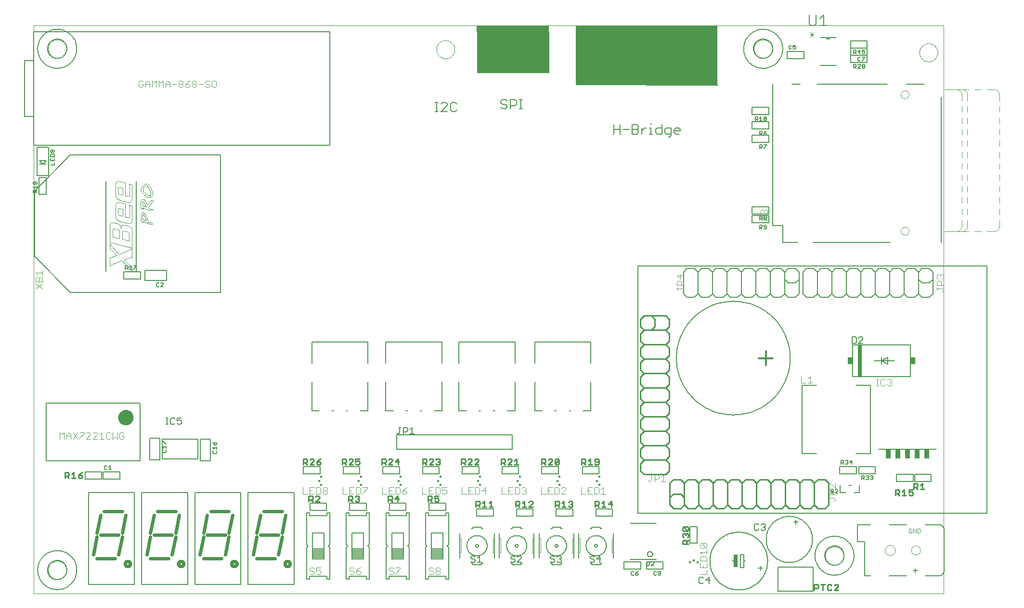
<source format=gto>
G75*
G70*
%OFA0B0*%
%FSLAX24Y24*%
%IPPOS*%
%LPD*%
%AMOC8*
5,1,8,0,0,1.08239X$1,22.5*
%
%ADD10C,0.0000*%
%ADD11C,0.0060*%
%ADD12C,0.0100*%
%ADD13C,0.0050*%
%ADD14C,0.0040*%
%ADD15C,0.0080*%
%ADD16R,0.0167X0.0128*%
%ADD17R,0.0138X0.0138*%
%ADD18C,0.0090*%
%ADD19C,0.0030*%
%ADD20R,0.0128X0.0167*%
%ADD21C,0.0070*%
%ADD22C,0.0020*%
%ADD23R,0.0380X0.0660*%
%ADD24R,0.0300X0.2200*%
%ADD25R,0.0350X0.0500*%
%ADD26R,0.0250X0.0900*%
%ADD27C,0.0240*%
%ADD28C,0.0130*%
%ADD29R,0.9843X0.4134*%
%ADD30R,0.5039X0.2913*%
%ADD31R,0.0039X0.0394*%
%ADD32R,0.5000X0.0394*%
D10*
X000750Y000400D02*
X000750Y039770D01*
X063742Y039770D01*
X063742Y000400D01*
X000750Y000400D01*
X001745Y002025D02*
X001747Y002075D01*
X001753Y002125D01*
X001763Y002174D01*
X001777Y002222D01*
X001794Y002269D01*
X001815Y002314D01*
X001840Y002358D01*
X001868Y002399D01*
X001900Y002438D01*
X001934Y002475D01*
X001971Y002509D01*
X002011Y002539D01*
X002053Y002566D01*
X002097Y002590D01*
X002143Y002611D01*
X002190Y002627D01*
X002238Y002640D01*
X002288Y002649D01*
X002337Y002654D01*
X002388Y002655D01*
X002438Y002652D01*
X002487Y002645D01*
X002536Y002634D01*
X002584Y002619D01*
X002630Y002601D01*
X002675Y002579D01*
X002718Y002553D01*
X002759Y002524D01*
X002798Y002492D01*
X002834Y002457D01*
X002866Y002419D01*
X002896Y002379D01*
X002923Y002336D01*
X002946Y002292D01*
X002965Y002246D01*
X002981Y002198D01*
X002993Y002149D01*
X003001Y002100D01*
X003005Y002050D01*
X003005Y002000D01*
X003001Y001950D01*
X002993Y001901D01*
X002981Y001852D01*
X002965Y001804D01*
X002946Y001758D01*
X002923Y001714D01*
X002896Y001671D01*
X002866Y001631D01*
X002834Y001593D01*
X002798Y001558D01*
X002759Y001526D01*
X002718Y001497D01*
X002675Y001471D01*
X002630Y001449D01*
X002584Y001431D01*
X002536Y001416D01*
X002487Y001405D01*
X002438Y001398D01*
X002388Y001395D01*
X002337Y001396D01*
X002288Y001401D01*
X002238Y001410D01*
X002190Y001423D01*
X002143Y001439D01*
X002097Y001460D01*
X002053Y001484D01*
X002011Y001511D01*
X001971Y001541D01*
X001934Y001575D01*
X001900Y001612D01*
X001868Y001651D01*
X001840Y001692D01*
X001815Y001736D01*
X001794Y001781D01*
X001777Y001828D01*
X001763Y001876D01*
X001753Y001925D01*
X001747Y001975D01*
X001745Y002025D01*
X055558Y003025D02*
X055560Y003075D01*
X055566Y003125D01*
X055576Y003174D01*
X055590Y003222D01*
X055607Y003269D01*
X055628Y003314D01*
X055653Y003358D01*
X055681Y003399D01*
X055713Y003438D01*
X055747Y003475D01*
X055784Y003509D01*
X055824Y003539D01*
X055866Y003566D01*
X055910Y003590D01*
X055956Y003611D01*
X056003Y003627D01*
X056051Y003640D01*
X056101Y003649D01*
X056150Y003654D01*
X056201Y003655D01*
X056251Y003652D01*
X056300Y003645D01*
X056349Y003634D01*
X056397Y003619D01*
X056443Y003601D01*
X056488Y003579D01*
X056531Y003553D01*
X056572Y003524D01*
X056611Y003492D01*
X056647Y003457D01*
X056679Y003419D01*
X056709Y003379D01*
X056736Y003336D01*
X056759Y003292D01*
X056778Y003246D01*
X056794Y003198D01*
X056806Y003149D01*
X056814Y003100D01*
X056818Y003050D01*
X056818Y003000D01*
X056814Y002950D01*
X056806Y002901D01*
X056794Y002852D01*
X056778Y002804D01*
X056759Y002758D01*
X056736Y002714D01*
X056709Y002671D01*
X056679Y002631D01*
X056647Y002593D01*
X056611Y002558D01*
X056572Y002526D01*
X056531Y002497D01*
X056488Y002471D01*
X056443Y002449D01*
X056397Y002431D01*
X056349Y002416D01*
X056300Y002405D01*
X056251Y002398D01*
X056201Y002395D01*
X056150Y002396D01*
X056101Y002401D01*
X056051Y002410D01*
X056003Y002423D01*
X055956Y002439D01*
X055910Y002460D01*
X055866Y002484D01*
X055824Y002511D01*
X055784Y002541D01*
X055747Y002575D01*
X055713Y002612D01*
X055681Y002651D01*
X055653Y002692D01*
X055628Y002736D01*
X055607Y002781D01*
X055590Y002828D01*
X055576Y002876D01*
X055566Y002925D01*
X055560Y002975D01*
X055558Y003025D01*
X059687Y003400D02*
X059689Y003437D01*
X059695Y003474D01*
X059704Y003509D01*
X059718Y003544D01*
X059734Y003577D01*
X059755Y003608D01*
X059778Y003637D01*
X059804Y003663D01*
X059833Y003686D01*
X059864Y003707D01*
X059897Y003723D01*
X059932Y003737D01*
X059967Y003746D01*
X060004Y003752D01*
X060041Y003754D01*
X060078Y003752D01*
X060115Y003746D01*
X060150Y003737D01*
X060185Y003723D01*
X060218Y003707D01*
X060249Y003686D01*
X060278Y003663D01*
X060304Y003637D01*
X060327Y003608D01*
X060348Y003577D01*
X060364Y003544D01*
X060378Y003509D01*
X060387Y003474D01*
X060393Y003437D01*
X060395Y003400D01*
X060393Y003363D01*
X060387Y003326D01*
X060378Y003291D01*
X060364Y003256D01*
X060348Y003223D01*
X060327Y003192D01*
X060304Y003163D01*
X060278Y003137D01*
X060249Y003114D01*
X060218Y003093D01*
X060185Y003077D01*
X060150Y003063D01*
X060115Y003054D01*
X060078Y003048D01*
X060041Y003046D01*
X060004Y003048D01*
X059967Y003054D01*
X059932Y003063D01*
X059897Y003077D01*
X059864Y003093D01*
X059833Y003114D01*
X059804Y003137D01*
X059778Y003163D01*
X059755Y003192D01*
X059734Y003223D01*
X059718Y003256D01*
X059704Y003291D01*
X059695Y003326D01*
X059689Y003363D01*
X059687Y003400D01*
X061498Y003400D02*
X061500Y003435D01*
X061506Y003470D01*
X061516Y003504D01*
X061529Y003537D01*
X061546Y003568D01*
X061567Y003596D01*
X061590Y003623D01*
X061617Y003646D01*
X061645Y003667D01*
X061676Y003684D01*
X061709Y003697D01*
X061743Y003707D01*
X061778Y003713D01*
X061813Y003715D01*
X061848Y003713D01*
X061883Y003707D01*
X061917Y003697D01*
X061950Y003684D01*
X061981Y003667D01*
X062009Y003646D01*
X062036Y003623D01*
X062059Y003596D01*
X062080Y003568D01*
X062097Y003537D01*
X062110Y003504D01*
X062120Y003470D01*
X062126Y003435D01*
X062128Y003400D01*
X062126Y003365D01*
X062120Y003330D01*
X062110Y003296D01*
X062097Y003263D01*
X062080Y003232D01*
X062059Y003204D01*
X062036Y003177D01*
X062009Y003154D01*
X061981Y003133D01*
X061950Y003116D01*
X061917Y003103D01*
X061883Y003093D01*
X061848Y003087D01*
X061813Y003085D01*
X061778Y003087D01*
X061743Y003093D01*
X061709Y003103D01*
X061676Y003116D01*
X061645Y003133D01*
X061617Y003154D01*
X061590Y003177D01*
X061567Y003204D01*
X061546Y003232D01*
X061529Y003263D01*
X061516Y003296D01*
X061506Y003330D01*
X061500Y003365D01*
X061498Y003400D01*
X060787Y025527D02*
X060789Y025560D01*
X060795Y025592D01*
X060804Y025623D01*
X060817Y025653D01*
X060834Y025681D01*
X060854Y025707D01*
X060877Y025731D01*
X060902Y025751D01*
X060930Y025769D01*
X060959Y025783D01*
X060990Y025793D01*
X061022Y025800D01*
X061055Y025803D01*
X061088Y025802D01*
X061120Y025797D01*
X061151Y025788D01*
X061182Y025776D01*
X061210Y025760D01*
X061237Y025741D01*
X061261Y025719D01*
X061282Y025694D01*
X061301Y025667D01*
X061316Y025638D01*
X061327Y025608D01*
X061335Y025576D01*
X061339Y025543D01*
X061339Y025511D01*
X061335Y025478D01*
X061327Y025446D01*
X061316Y025416D01*
X061301Y025387D01*
X061282Y025360D01*
X061261Y025335D01*
X061237Y025313D01*
X061210Y025294D01*
X061182Y025278D01*
X061151Y025266D01*
X061120Y025257D01*
X061088Y025252D01*
X061055Y025251D01*
X061022Y025254D01*
X060990Y025261D01*
X060959Y025271D01*
X060930Y025285D01*
X060902Y025303D01*
X060877Y025323D01*
X060854Y025347D01*
X060834Y025373D01*
X060817Y025401D01*
X060804Y025431D01*
X060795Y025462D01*
X060789Y025494D01*
X060787Y025527D01*
X060787Y034976D02*
X060789Y035009D01*
X060795Y035041D01*
X060804Y035072D01*
X060817Y035102D01*
X060834Y035130D01*
X060854Y035156D01*
X060877Y035180D01*
X060902Y035200D01*
X060930Y035218D01*
X060959Y035232D01*
X060990Y035242D01*
X061022Y035249D01*
X061055Y035252D01*
X061088Y035251D01*
X061120Y035246D01*
X061151Y035237D01*
X061182Y035225D01*
X061210Y035209D01*
X061237Y035190D01*
X061261Y035168D01*
X061282Y035143D01*
X061301Y035116D01*
X061316Y035087D01*
X061327Y035057D01*
X061335Y035025D01*
X061339Y034992D01*
X061339Y034960D01*
X061335Y034927D01*
X061327Y034895D01*
X061316Y034865D01*
X061301Y034836D01*
X061282Y034809D01*
X061261Y034784D01*
X061237Y034762D01*
X061210Y034743D01*
X061182Y034727D01*
X061151Y034715D01*
X061120Y034706D01*
X061088Y034701D01*
X061055Y034700D01*
X061022Y034703D01*
X060990Y034710D01*
X060959Y034720D01*
X060930Y034734D01*
X060902Y034752D01*
X060877Y034772D01*
X060854Y034796D01*
X060834Y034822D01*
X060817Y034850D01*
X060804Y034880D01*
X060795Y034911D01*
X060789Y034943D01*
X060787Y034976D01*
X062073Y037891D02*
X062075Y037941D01*
X062081Y037991D01*
X062091Y038040D01*
X062105Y038088D01*
X062122Y038135D01*
X062143Y038180D01*
X062168Y038224D01*
X062196Y038265D01*
X062228Y038304D01*
X062262Y038341D01*
X062299Y038375D01*
X062339Y038405D01*
X062381Y038432D01*
X062425Y038456D01*
X062471Y038477D01*
X062518Y038493D01*
X062566Y038506D01*
X062616Y038515D01*
X062665Y038520D01*
X062716Y038521D01*
X062766Y038518D01*
X062815Y038511D01*
X062864Y038500D01*
X062912Y038485D01*
X062958Y038467D01*
X063003Y038445D01*
X063046Y038419D01*
X063087Y038390D01*
X063126Y038358D01*
X063162Y038323D01*
X063194Y038285D01*
X063224Y038245D01*
X063251Y038202D01*
X063274Y038158D01*
X063293Y038112D01*
X063309Y038064D01*
X063321Y038015D01*
X063329Y037966D01*
X063333Y037916D01*
X063333Y037866D01*
X063329Y037816D01*
X063321Y037767D01*
X063309Y037718D01*
X063293Y037670D01*
X063274Y037624D01*
X063251Y037580D01*
X063224Y037537D01*
X063194Y037497D01*
X063162Y037459D01*
X063126Y037424D01*
X063087Y037392D01*
X063046Y037363D01*
X063003Y037337D01*
X062958Y037315D01*
X062912Y037297D01*
X062864Y037282D01*
X062815Y037271D01*
X062766Y037264D01*
X062716Y037261D01*
X062665Y037262D01*
X062616Y037267D01*
X062566Y037276D01*
X062518Y037289D01*
X062471Y037305D01*
X062425Y037326D01*
X062381Y037350D01*
X062339Y037377D01*
X062299Y037407D01*
X062262Y037441D01*
X062228Y037478D01*
X062196Y037517D01*
X062168Y037558D01*
X062143Y037602D01*
X062122Y037647D01*
X062105Y037694D01*
X062091Y037742D01*
X062081Y037791D01*
X062075Y037841D01*
X062073Y037891D01*
X050620Y038150D02*
X050622Y038200D01*
X050628Y038250D01*
X050638Y038299D01*
X050652Y038347D01*
X050669Y038394D01*
X050690Y038439D01*
X050715Y038483D01*
X050743Y038524D01*
X050775Y038563D01*
X050809Y038600D01*
X050846Y038634D01*
X050886Y038664D01*
X050928Y038691D01*
X050972Y038715D01*
X051018Y038736D01*
X051065Y038752D01*
X051113Y038765D01*
X051163Y038774D01*
X051212Y038779D01*
X051263Y038780D01*
X051313Y038777D01*
X051362Y038770D01*
X051411Y038759D01*
X051459Y038744D01*
X051505Y038726D01*
X051550Y038704D01*
X051593Y038678D01*
X051634Y038649D01*
X051673Y038617D01*
X051709Y038582D01*
X051741Y038544D01*
X051771Y038504D01*
X051798Y038461D01*
X051821Y038417D01*
X051840Y038371D01*
X051856Y038323D01*
X051868Y038274D01*
X051876Y038225D01*
X051880Y038175D01*
X051880Y038125D01*
X051876Y038075D01*
X051868Y038026D01*
X051856Y037977D01*
X051840Y037929D01*
X051821Y037883D01*
X051798Y037839D01*
X051771Y037796D01*
X051741Y037756D01*
X051709Y037718D01*
X051673Y037683D01*
X051634Y037651D01*
X051593Y037622D01*
X051550Y037596D01*
X051505Y037574D01*
X051459Y037556D01*
X051411Y037541D01*
X051362Y037530D01*
X051313Y037523D01*
X051263Y037520D01*
X051212Y037521D01*
X051163Y037526D01*
X051113Y037535D01*
X051065Y037548D01*
X051018Y037564D01*
X050972Y037585D01*
X050928Y037609D01*
X050886Y037636D01*
X050846Y037666D01*
X050809Y037700D01*
X050775Y037737D01*
X050743Y037776D01*
X050715Y037817D01*
X050690Y037861D01*
X050669Y037906D01*
X050652Y037953D01*
X050638Y038001D01*
X050628Y038050D01*
X050622Y038100D01*
X050620Y038150D01*
X033347Y038121D02*
X033349Y038169D01*
X033355Y038217D01*
X033365Y038264D01*
X033378Y038310D01*
X033396Y038355D01*
X033416Y038399D01*
X033441Y038441D01*
X033469Y038480D01*
X033499Y038517D01*
X033533Y038551D01*
X033570Y038583D01*
X033608Y038612D01*
X033649Y038637D01*
X033692Y038659D01*
X033737Y038677D01*
X033783Y038691D01*
X033830Y038702D01*
X033878Y038709D01*
X033926Y038712D01*
X033974Y038711D01*
X034022Y038706D01*
X034070Y038697D01*
X034116Y038685D01*
X034161Y038668D01*
X034205Y038648D01*
X034247Y038625D01*
X034287Y038598D01*
X034325Y038568D01*
X034360Y038535D01*
X034392Y038499D01*
X034422Y038461D01*
X034448Y038420D01*
X034470Y038377D01*
X034490Y038333D01*
X034505Y038288D01*
X034517Y038241D01*
X034525Y038193D01*
X034529Y038145D01*
X034529Y038097D01*
X034525Y038049D01*
X034517Y038001D01*
X034505Y037954D01*
X034490Y037909D01*
X034470Y037865D01*
X034448Y037822D01*
X034422Y037781D01*
X034392Y037743D01*
X034360Y037707D01*
X034325Y037674D01*
X034287Y037644D01*
X034247Y037617D01*
X034205Y037594D01*
X034161Y037574D01*
X034116Y037557D01*
X034070Y037545D01*
X034022Y037536D01*
X033974Y037531D01*
X033926Y037530D01*
X033878Y037533D01*
X033830Y037540D01*
X033783Y037551D01*
X033737Y037565D01*
X033692Y037583D01*
X033649Y037605D01*
X033608Y037630D01*
X033570Y037659D01*
X033533Y037691D01*
X033499Y037725D01*
X033469Y037762D01*
X033441Y037801D01*
X033416Y037843D01*
X033396Y037887D01*
X033378Y037932D01*
X033365Y037978D01*
X033355Y038025D01*
X033349Y038073D01*
X033347Y038121D01*
X028629Y038103D02*
X028631Y038153D01*
X028637Y038203D01*
X028647Y038252D01*
X028661Y038300D01*
X028678Y038347D01*
X028699Y038392D01*
X028724Y038436D01*
X028752Y038477D01*
X028784Y038516D01*
X028818Y038553D01*
X028855Y038587D01*
X028895Y038617D01*
X028937Y038644D01*
X028981Y038668D01*
X029027Y038689D01*
X029074Y038705D01*
X029122Y038718D01*
X029172Y038727D01*
X029221Y038732D01*
X029272Y038733D01*
X029322Y038730D01*
X029371Y038723D01*
X029420Y038712D01*
X029468Y038697D01*
X029514Y038679D01*
X029559Y038657D01*
X029602Y038631D01*
X029643Y038602D01*
X029682Y038570D01*
X029718Y038535D01*
X029750Y038497D01*
X029780Y038457D01*
X029807Y038414D01*
X029830Y038370D01*
X029849Y038324D01*
X029865Y038276D01*
X029877Y038227D01*
X029885Y038178D01*
X029889Y038128D01*
X029889Y038078D01*
X029885Y038028D01*
X029877Y037979D01*
X029865Y037930D01*
X029849Y037882D01*
X029830Y037836D01*
X029807Y037792D01*
X029780Y037749D01*
X029750Y037709D01*
X029718Y037671D01*
X029682Y037636D01*
X029643Y037604D01*
X029602Y037575D01*
X029559Y037549D01*
X029514Y037527D01*
X029468Y037509D01*
X029420Y037494D01*
X029371Y037483D01*
X029322Y037476D01*
X029272Y037473D01*
X029221Y037474D01*
X029172Y037479D01*
X029122Y037488D01*
X029074Y037501D01*
X029027Y037517D01*
X028981Y037538D01*
X028937Y037562D01*
X028895Y037589D01*
X028855Y037619D01*
X028818Y037653D01*
X028784Y037690D01*
X028752Y037729D01*
X028724Y037770D01*
X028699Y037814D01*
X028678Y037859D01*
X028661Y037906D01*
X028647Y037954D01*
X028637Y038003D01*
X028631Y038053D01*
X028629Y038103D01*
X001745Y038150D02*
X001747Y038200D01*
X001753Y038250D01*
X001763Y038299D01*
X001777Y038347D01*
X001794Y038394D01*
X001815Y038439D01*
X001840Y038483D01*
X001868Y038524D01*
X001900Y038563D01*
X001934Y038600D01*
X001971Y038634D01*
X002011Y038664D01*
X002053Y038691D01*
X002097Y038715D01*
X002143Y038736D01*
X002190Y038752D01*
X002238Y038765D01*
X002288Y038774D01*
X002337Y038779D01*
X002388Y038780D01*
X002438Y038777D01*
X002487Y038770D01*
X002536Y038759D01*
X002584Y038744D01*
X002630Y038726D01*
X002675Y038704D01*
X002718Y038678D01*
X002759Y038649D01*
X002798Y038617D01*
X002834Y038582D01*
X002866Y038544D01*
X002896Y038504D01*
X002923Y038461D01*
X002946Y038417D01*
X002965Y038371D01*
X002981Y038323D01*
X002993Y038274D01*
X003001Y038225D01*
X003005Y038175D01*
X003005Y038125D01*
X003001Y038075D01*
X002993Y038026D01*
X002981Y037977D01*
X002965Y037929D01*
X002946Y037883D01*
X002923Y037839D01*
X002896Y037796D01*
X002866Y037756D01*
X002834Y037718D01*
X002798Y037683D01*
X002759Y037651D01*
X002718Y037622D01*
X002675Y037596D01*
X002630Y037574D01*
X002584Y037556D01*
X002536Y037541D01*
X002487Y037530D01*
X002438Y037523D01*
X002388Y037520D01*
X002337Y037521D01*
X002288Y037526D01*
X002238Y037535D01*
X002190Y037548D01*
X002143Y037564D01*
X002097Y037585D01*
X002053Y037609D01*
X002011Y037636D01*
X001971Y037666D01*
X001934Y037700D01*
X001900Y037737D01*
X001868Y037776D01*
X001840Y037817D01*
X001815Y037861D01*
X001794Y037906D01*
X001777Y037953D01*
X001763Y038001D01*
X001753Y038050D01*
X001747Y038100D01*
X001745Y038150D01*
D11*
X001025Y038150D02*
X001027Y038223D01*
X001033Y038296D01*
X001043Y038368D01*
X001057Y038440D01*
X001074Y038511D01*
X001096Y038581D01*
X001121Y038650D01*
X001150Y038717D01*
X001182Y038782D01*
X001218Y038846D01*
X001258Y038908D01*
X001300Y038967D01*
X001346Y039024D01*
X001395Y039078D01*
X001447Y039130D01*
X001501Y039179D01*
X001558Y039225D01*
X001617Y039267D01*
X001679Y039307D01*
X001743Y039343D01*
X001808Y039375D01*
X001875Y039404D01*
X001944Y039429D01*
X002014Y039451D01*
X002085Y039468D01*
X002157Y039482D01*
X002229Y039492D01*
X002302Y039498D01*
X002375Y039500D01*
X002448Y039498D01*
X002521Y039492D01*
X002593Y039482D01*
X002665Y039468D01*
X002736Y039451D01*
X002806Y039429D01*
X002875Y039404D01*
X002942Y039375D01*
X003007Y039343D01*
X003071Y039307D01*
X003133Y039267D01*
X003192Y039225D01*
X003249Y039179D01*
X003303Y039130D01*
X003355Y039078D01*
X003404Y039024D01*
X003450Y038967D01*
X003492Y038908D01*
X003532Y038846D01*
X003568Y038782D01*
X003600Y038717D01*
X003629Y038650D01*
X003654Y038581D01*
X003676Y038511D01*
X003693Y038440D01*
X003707Y038368D01*
X003717Y038296D01*
X003723Y038223D01*
X003725Y038150D01*
X003723Y038077D01*
X003717Y038004D01*
X003707Y037932D01*
X003693Y037860D01*
X003676Y037789D01*
X003654Y037719D01*
X003629Y037650D01*
X003600Y037583D01*
X003568Y037518D01*
X003532Y037454D01*
X003492Y037392D01*
X003450Y037333D01*
X003404Y037276D01*
X003355Y037222D01*
X003303Y037170D01*
X003249Y037121D01*
X003192Y037075D01*
X003133Y037033D01*
X003071Y036993D01*
X003007Y036957D01*
X002942Y036925D01*
X002875Y036896D01*
X002806Y036871D01*
X002736Y036849D01*
X002665Y036832D01*
X002593Y036818D01*
X002521Y036808D01*
X002448Y036802D01*
X002375Y036800D01*
X002302Y036802D01*
X002229Y036808D01*
X002157Y036818D01*
X002085Y036832D01*
X002014Y036849D01*
X001944Y036871D01*
X001875Y036896D01*
X001808Y036925D01*
X001743Y036957D01*
X001679Y036993D01*
X001617Y037033D01*
X001558Y037075D01*
X001501Y037121D01*
X001447Y037170D01*
X001395Y037222D01*
X001346Y037276D01*
X001300Y037333D01*
X001258Y037392D01*
X001218Y037454D01*
X001182Y037518D01*
X001150Y037583D01*
X001121Y037650D01*
X001096Y037719D01*
X001074Y037789D01*
X001057Y037860D01*
X001043Y037932D01*
X001033Y038004D01*
X001027Y038077D01*
X001025Y038150D01*
X001948Y031146D02*
X001905Y031103D01*
X001905Y031016D01*
X001948Y030973D01*
X001992Y030973D01*
X002035Y031016D01*
X002035Y031146D01*
X002122Y031146D02*
X001948Y031146D01*
X002122Y031146D02*
X002165Y031103D01*
X002165Y031016D01*
X002122Y030973D01*
X002122Y030852D02*
X001948Y030852D01*
X001905Y030808D01*
X001905Y030678D01*
X002165Y030678D01*
X002165Y030808D01*
X002122Y030852D01*
X002165Y030557D02*
X002165Y030384D01*
X001905Y030384D01*
X001905Y030557D01*
X002035Y030470D02*
X002035Y030384D01*
X002165Y030262D02*
X002165Y030089D01*
X001905Y030089D01*
X000927Y028943D02*
X000970Y028899D01*
X000970Y028813D01*
X000927Y028769D01*
X000883Y028769D01*
X000840Y028813D01*
X000840Y028899D01*
X000883Y028943D01*
X000927Y028943D01*
X000840Y028899D02*
X000797Y028943D01*
X000753Y028943D01*
X000710Y028899D01*
X000710Y028813D01*
X000753Y028769D01*
X000797Y028769D01*
X000840Y028813D01*
X000970Y028648D02*
X000970Y028475D01*
X000970Y028561D02*
X000710Y028561D01*
X000797Y028475D01*
X000840Y028353D02*
X000883Y028310D01*
X000883Y028180D01*
X000883Y028267D02*
X000970Y028353D01*
X000840Y028353D02*
X000753Y028353D01*
X000710Y028310D01*
X000710Y028180D01*
X000970Y028180D01*
X005746Y028953D02*
X005746Y022725D01*
X007093Y022868D02*
X007093Y023128D01*
X007223Y023128D01*
X007266Y023084D01*
X007266Y022998D01*
X007223Y022954D01*
X007093Y022954D01*
X007179Y022954D02*
X007266Y022868D01*
X007387Y022868D02*
X007561Y022868D01*
X007474Y022868D02*
X007474Y023128D01*
X007387Y023041D01*
X007682Y023128D02*
X007855Y023128D01*
X007855Y023084D01*
X007682Y022911D01*
X007682Y022868D01*
X007834Y022725D02*
X007834Y028953D01*
X009297Y021933D02*
X009253Y021889D01*
X009253Y021716D01*
X009297Y021673D01*
X009383Y021673D01*
X009427Y021716D01*
X009548Y021673D02*
X009721Y021846D01*
X009721Y021889D01*
X009678Y021933D01*
X009591Y021933D01*
X009548Y021889D01*
X009427Y021889D02*
X009383Y021933D01*
X009297Y021933D01*
X009548Y021673D02*
X009721Y021673D01*
X009645Y011081D02*
X012105Y011081D01*
X012105Y009719D01*
X009645Y009719D01*
X009645Y011081D01*
X009655Y010934D02*
X009698Y010934D01*
X009872Y010760D01*
X009915Y010760D01*
X009915Y010639D02*
X009915Y010466D01*
X009915Y010552D02*
X009655Y010552D01*
X009742Y010466D01*
X009698Y010345D02*
X009655Y010301D01*
X009655Y010214D01*
X009698Y010171D01*
X009872Y010171D01*
X009915Y010214D01*
X009915Y010301D01*
X009872Y010345D01*
X009655Y010760D02*
X009655Y010934D01*
X013155Y010871D02*
X013198Y010785D01*
X013285Y010698D01*
X013285Y010828D01*
X013328Y010871D01*
X013372Y010871D01*
X013415Y010828D01*
X013415Y010741D01*
X013372Y010698D01*
X013285Y010698D01*
X013415Y010577D02*
X013415Y010403D01*
X013415Y010490D02*
X013155Y010490D01*
X013242Y010403D01*
X013198Y010282D02*
X013155Y010239D01*
X013155Y010152D01*
X013198Y010109D01*
X013372Y010109D01*
X013415Y010152D01*
X013415Y010239D01*
X013372Y010282D01*
X006123Y008993D02*
X005950Y008993D01*
X006036Y008993D02*
X006036Y009253D01*
X005950Y009166D01*
X005828Y009209D02*
X005785Y009253D01*
X005698Y009253D01*
X005655Y009209D01*
X005655Y009036D01*
X005698Y008993D01*
X005785Y008993D01*
X005828Y009036D01*
X001025Y002025D02*
X001027Y002098D01*
X001033Y002171D01*
X001043Y002243D01*
X001057Y002315D01*
X001074Y002386D01*
X001096Y002456D01*
X001121Y002525D01*
X001150Y002592D01*
X001182Y002657D01*
X001218Y002721D01*
X001258Y002783D01*
X001300Y002842D01*
X001346Y002899D01*
X001395Y002953D01*
X001447Y003005D01*
X001501Y003054D01*
X001558Y003100D01*
X001617Y003142D01*
X001679Y003182D01*
X001743Y003218D01*
X001808Y003250D01*
X001875Y003279D01*
X001944Y003304D01*
X002014Y003326D01*
X002085Y003343D01*
X002157Y003357D01*
X002229Y003367D01*
X002302Y003373D01*
X002375Y003375D01*
X002448Y003373D01*
X002521Y003367D01*
X002593Y003357D01*
X002665Y003343D01*
X002736Y003326D01*
X002806Y003304D01*
X002875Y003279D01*
X002942Y003250D01*
X003007Y003218D01*
X003071Y003182D01*
X003133Y003142D01*
X003192Y003100D01*
X003249Y003054D01*
X003303Y003005D01*
X003355Y002953D01*
X003404Y002899D01*
X003450Y002842D01*
X003492Y002783D01*
X003532Y002721D01*
X003568Y002657D01*
X003600Y002592D01*
X003629Y002525D01*
X003654Y002456D01*
X003676Y002386D01*
X003693Y002315D01*
X003707Y002243D01*
X003717Y002171D01*
X003723Y002098D01*
X003725Y002025D01*
X003723Y001952D01*
X003717Y001879D01*
X003707Y001807D01*
X003693Y001735D01*
X003676Y001664D01*
X003654Y001594D01*
X003629Y001525D01*
X003600Y001458D01*
X003568Y001393D01*
X003532Y001329D01*
X003492Y001267D01*
X003450Y001208D01*
X003404Y001151D01*
X003355Y001097D01*
X003303Y001045D01*
X003249Y000996D01*
X003192Y000950D01*
X003133Y000908D01*
X003071Y000868D01*
X003007Y000832D01*
X002942Y000800D01*
X002875Y000771D01*
X002806Y000746D01*
X002736Y000724D01*
X002665Y000707D01*
X002593Y000693D01*
X002521Y000683D01*
X002448Y000677D01*
X002375Y000675D01*
X002302Y000677D01*
X002229Y000683D01*
X002157Y000693D01*
X002085Y000707D01*
X002014Y000724D01*
X001944Y000746D01*
X001875Y000771D01*
X001808Y000800D01*
X001743Y000832D01*
X001679Y000868D01*
X001617Y000908D01*
X001558Y000950D01*
X001501Y000996D01*
X001447Y001045D01*
X001395Y001097D01*
X001346Y001151D01*
X001300Y001208D01*
X001258Y001267D01*
X001218Y001329D01*
X001182Y001393D01*
X001150Y001458D01*
X001121Y001525D01*
X001096Y001594D01*
X001074Y001664D01*
X001057Y001735D01*
X001043Y001807D01*
X001033Y001879D01*
X001027Y001952D01*
X001025Y002025D01*
X030238Y002863D02*
X030238Y003263D01*
X030238Y004213D01*
X030238Y004563D01*
X031038Y004913D02*
X031138Y004913D01*
X031138Y005013D01*
X031738Y005013D01*
X031738Y004913D01*
X031838Y004913D01*
X032638Y004563D02*
X032638Y004213D01*
X032638Y003213D01*
X032638Y002863D01*
X032988Y002863D02*
X032988Y003263D01*
X032988Y004213D01*
X032988Y004563D01*
X033788Y004913D02*
X033888Y004913D01*
X033888Y005013D01*
X034488Y005013D01*
X034488Y004913D01*
X034588Y004913D01*
X035388Y004563D02*
X035388Y004213D01*
X035388Y003213D01*
X035388Y002863D01*
X035738Y002863D02*
X035738Y003263D01*
X035738Y004213D01*
X035738Y004563D01*
X036538Y004913D02*
X036638Y004913D01*
X036638Y005013D01*
X037238Y005013D01*
X037238Y004913D01*
X037338Y004913D01*
X038138Y004563D02*
X038138Y004213D01*
X038138Y003213D01*
X038138Y002863D01*
X038488Y002863D02*
X038488Y003263D01*
X038488Y004213D01*
X038488Y004563D01*
X039288Y004913D02*
X039388Y004913D01*
X039388Y005013D01*
X039988Y005013D01*
X039988Y004913D01*
X040088Y004913D01*
X040888Y004563D02*
X040888Y004213D01*
X040888Y003213D01*
X040888Y002863D01*
X040088Y002513D02*
X039988Y002513D01*
X039988Y002413D01*
X039388Y002413D01*
X039388Y002513D01*
X039288Y002513D01*
X039588Y003713D02*
X039590Y003733D01*
X039596Y003751D01*
X039605Y003769D01*
X039617Y003784D01*
X039632Y003796D01*
X039650Y003805D01*
X039668Y003811D01*
X039688Y003813D01*
X039708Y003811D01*
X039726Y003805D01*
X039744Y003796D01*
X039759Y003784D01*
X039771Y003769D01*
X039780Y003751D01*
X039786Y003733D01*
X039788Y003713D01*
X039786Y003693D01*
X039780Y003675D01*
X039771Y003657D01*
X039759Y003642D01*
X039744Y003630D01*
X039726Y003621D01*
X039708Y003615D01*
X039688Y003613D01*
X039668Y003615D01*
X039650Y003621D01*
X039632Y003630D01*
X039617Y003642D01*
X039605Y003657D01*
X039596Y003675D01*
X039590Y003693D01*
X039588Y003713D01*
X038988Y003713D02*
X038990Y003765D01*
X038996Y003817D01*
X039006Y003869D01*
X039019Y003919D01*
X039036Y003969D01*
X039057Y004017D01*
X039082Y004063D01*
X039110Y004107D01*
X039141Y004149D01*
X039175Y004189D01*
X039212Y004226D01*
X039252Y004260D01*
X039294Y004291D01*
X039338Y004319D01*
X039384Y004344D01*
X039432Y004365D01*
X039482Y004382D01*
X039532Y004395D01*
X039584Y004405D01*
X039636Y004411D01*
X039688Y004413D01*
X039740Y004411D01*
X039792Y004405D01*
X039844Y004395D01*
X039894Y004382D01*
X039944Y004365D01*
X039992Y004344D01*
X040038Y004319D01*
X040082Y004291D01*
X040124Y004260D01*
X040164Y004226D01*
X040201Y004189D01*
X040235Y004149D01*
X040266Y004107D01*
X040294Y004063D01*
X040319Y004017D01*
X040340Y003969D01*
X040357Y003919D01*
X040370Y003869D01*
X040380Y003817D01*
X040386Y003765D01*
X040388Y003713D01*
X040386Y003661D01*
X040380Y003609D01*
X040370Y003557D01*
X040357Y003507D01*
X040340Y003457D01*
X040319Y003409D01*
X040294Y003363D01*
X040266Y003319D01*
X040235Y003277D01*
X040201Y003237D01*
X040164Y003200D01*
X040124Y003166D01*
X040082Y003135D01*
X040038Y003107D01*
X039992Y003082D01*
X039944Y003061D01*
X039894Y003044D01*
X039844Y003031D01*
X039792Y003021D01*
X039740Y003015D01*
X039688Y003013D01*
X039636Y003015D01*
X039584Y003021D01*
X039532Y003031D01*
X039482Y003044D01*
X039432Y003061D01*
X039384Y003082D01*
X039338Y003107D01*
X039294Y003135D01*
X039252Y003166D01*
X039212Y003200D01*
X039175Y003237D01*
X039141Y003277D01*
X039110Y003319D01*
X039082Y003363D01*
X039057Y003409D01*
X039036Y003457D01*
X039019Y003507D01*
X039006Y003557D01*
X038996Y003609D01*
X038990Y003661D01*
X038988Y003713D01*
X037338Y002513D02*
X037238Y002513D01*
X037238Y002413D01*
X036638Y002413D01*
X036638Y002513D01*
X036538Y002513D01*
X034588Y002513D02*
X034488Y002513D01*
X034488Y002413D01*
X033888Y002413D01*
X033888Y002513D01*
X033788Y002513D01*
X031838Y002513D02*
X031738Y002513D01*
X031738Y002413D01*
X031138Y002413D01*
X031138Y002513D01*
X031038Y002513D01*
X031338Y003713D02*
X031340Y003733D01*
X031346Y003751D01*
X031355Y003769D01*
X031367Y003784D01*
X031382Y003796D01*
X031400Y003805D01*
X031418Y003811D01*
X031438Y003813D01*
X031458Y003811D01*
X031476Y003805D01*
X031494Y003796D01*
X031509Y003784D01*
X031521Y003769D01*
X031530Y003751D01*
X031536Y003733D01*
X031538Y003713D01*
X031536Y003693D01*
X031530Y003675D01*
X031521Y003657D01*
X031509Y003642D01*
X031494Y003630D01*
X031476Y003621D01*
X031458Y003615D01*
X031438Y003613D01*
X031418Y003615D01*
X031400Y003621D01*
X031382Y003630D01*
X031367Y003642D01*
X031355Y003657D01*
X031346Y003675D01*
X031340Y003693D01*
X031338Y003713D01*
X030738Y003713D02*
X030740Y003765D01*
X030746Y003817D01*
X030756Y003869D01*
X030769Y003919D01*
X030786Y003969D01*
X030807Y004017D01*
X030832Y004063D01*
X030860Y004107D01*
X030891Y004149D01*
X030925Y004189D01*
X030962Y004226D01*
X031002Y004260D01*
X031044Y004291D01*
X031088Y004319D01*
X031134Y004344D01*
X031182Y004365D01*
X031232Y004382D01*
X031282Y004395D01*
X031334Y004405D01*
X031386Y004411D01*
X031438Y004413D01*
X031490Y004411D01*
X031542Y004405D01*
X031594Y004395D01*
X031644Y004382D01*
X031694Y004365D01*
X031742Y004344D01*
X031788Y004319D01*
X031832Y004291D01*
X031874Y004260D01*
X031914Y004226D01*
X031951Y004189D01*
X031985Y004149D01*
X032016Y004107D01*
X032044Y004063D01*
X032069Y004017D01*
X032090Y003969D01*
X032107Y003919D01*
X032120Y003869D01*
X032130Y003817D01*
X032136Y003765D01*
X032138Y003713D01*
X032136Y003661D01*
X032130Y003609D01*
X032120Y003557D01*
X032107Y003507D01*
X032090Y003457D01*
X032069Y003409D01*
X032044Y003363D01*
X032016Y003319D01*
X031985Y003277D01*
X031951Y003237D01*
X031914Y003200D01*
X031874Y003166D01*
X031832Y003135D01*
X031788Y003107D01*
X031742Y003082D01*
X031694Y003061D01*
X031644Y003044D01*
X031594Y003031D01*
X031542Y003021D01*
X031490Y003015D01*
X031438Y003013D01*
X031386Y003015D01*
X031334Y003021D01*
X031282Y003031D01*
X031232Y003044D01*
X031182Y003061D01*
X031134Y003082D01*
X031088Y003107D01*
X031044Y003135D01*
X031002Y003166D01*
X030962Y003200D01*
X030925Y003237D01*
X030891Y003277D01*
X030860Y003319D01*
X030832Y003363D01*
X030807Y003409D01*
X030786Y003457D01*
X030769Y003507D01*
X030756Y003557D01*
X030746Y003609D01*
X030740Y003661D01*
X030738Y003713D01*
X034088Y003713D02*
X034090Y003733D01*
X034096Y003751D01*
X034105Y003769D01*
X034117Y003784D01*
X034132Y003796D01*
X034150Y003805D01*
X034168Y003811D01*
X034188Y003813D01*
X034208Y003811D01*
X034226Y003805D01*
X034244Y003796D01*
X034259Y003784D01*
X034271Y003769D01*
X034280Y003751D01*
X034286Y003733D01*
X034288Y003713D01*
X034286Y003693D01*
X034280Y003675D01*
X034271Y003657D01*
X034259Y003642D01*
X034244Y003630D01*
X034226Y003621D01*
X034208Y003615D01*
X034188Y003613D01*
X034168Y003615D01*
X034150Y003621D01*
X034132Y003630D01*
X034117Y003642D01*
X034105Y003657D01*
X034096Y003675D01*
X034090Y003693D01*
X034088Y003713D01*
X033488Y003713D02*
X033490Y003765D01*
X033496Y003817D01*
X033506Y003869D01*
X033519Y003919D01*
X033536Y003969D01*
X033557Y004017D01*
X033582Y004063D01*
X033610Y004107D01*
X033641Y004149D01*
X033675Y004189D01*
X033712Y004226D01*
X033752Y004260D01*
X033794Y004291D01*
X033838Y004319D01*
X033884Y004344D01*
X033932Y004365D01*
X033982Y004382D01*
X034032Y004395D01*
X034084Y004405D01*
X034136Y004411D01*
X034188Y004413D01*
X034240Y004411D01*
X034292Y004405D01*
X034344Y004395D01*
X034394Y004382D01*
X034444Y004365D01*
X034492Y004344D01*
X034538Y004319D01*
X034582Y004291D01*
X034624Y004260D01*
X034664Y004226D01*
X034701Y004189D01*
X034735Y004149D01*
X034766Y004107D01*
X034794Y004063D01*
X034819Y004017D01*
X034840Y003969D01*
X034857Y003919D01*
X034870Y003869D01*
X034880Y003817D01*
X034886Y003765D01*
X034888Y003713D01*
X034886Y003661D01*
X034880Y003609D01*
X034870Y003557D01*
X034857Y003507D01*
X034840Y003457D01*
X034819Y003409D01*
X034794Y003363D01*
X034766Y003319D01*
X034735Y003277D01*
X034701Y003237D01*
X034664Y003200D01*
X034624Y003166D01*
X034582Y003135D01*
X034538Y003107D01*
X034492Y003082D01*
X034444Y003061D01*
X034394Y003044D01*
X034344Y003031D01*
X034292Y003021D01*
X034240Y003015D01*
X034188Y003013D01*
X034136Y003015D01*
X034084Y003021D01*
X034032Y003031D01*
X033982Y003044D01*
X033932Y003061D01*
X033884Y003082D01*
X033838Y003107D01*
X033794Y003135D01*
X033752Y003166D01*
X033712Y003200D01*
X033675Y003237D01*
X033641Y003277D01*
X033610Y003319D01*
X033582Y003363D01*
X033557Y003409D01*
X033536Y003457D01*
X033519Y003507D01*
X033506Y003557D01*
X033496Y003609D01*
X033490Y003661D01*
X033488Y003713D01*
X036838Y003713D02*
X036840Y003733D01*
X036846Y003751D01*
X036855Y003769D01*
X036867Y003784D01*
X036882Y003796D01*
X036900Y003805D01*
X036918Y003811D01*
X036938Y003813D01*
X036958Y003811D01*
X036976Y003805D01*
X036994Y003796D01*
X037009Y003784D01*
X037021Y003769D01*
X037030Y003751D01*
X037036Y003733D01*
X037038Y003713D01*
X037036Y003693D01*
X037030Y003675D01*
X037021Y003657D01*
X037009Y003642D01*
X036994Y003630D01*
X036976Y003621D01*
X036958Y003615D01*
X036938Y003613D01*
X036918Y003615D01*
X036900Y003621D01*
X036882Y003630D01*
X036867Y003642D01*
X036855Y003657D01*
X036846Y003675D01*
X036840Y003693D01*
X036838Y003713D01*
X036238Y003713D02*
X036240Y003765D01*
X036246Y003817D01*
X036256Y003869D01*
X036269Y003919D01*
X036286Y003969D01*
X036307Y004017D01*
X036332Y004063D01*
X036360Y004107D01*
X036391Y004149D01*
X036425Y004189D01*
X036462Y004226D01*
X036502Y004260D01*
X036544Y004291D01*
X036588Y004319D01*
X036634Y004344D01*
X036682Y004365D01*
X036732Y004382D01*
X036782Y004395D01*
X036834Y004405D01*
X036886Y004411D01*
X036938Y004413D01*
X036990Y004411D01*
X037042Y004405D01*
X037094Y004395D01*
X037144Y004382D01*
X037194Y004365D01*
X037242Y004344D01*
X037288Y004319D01*
X037332Y004291D01*
X037374Y004260D01*
X037414Y004226D01*
X037451Y004189D01*
X037485Y004149D01*
X037516Y004107D01*
X037544Y004063D01*
X037569Y004017D01*
X037590Y003969D01*
X037607Y003919D01*
X037620Y003869D01*
X037630Y003817D01*
X037636Y003765D01*
X037638Y003713D01*
X037636Y003661D01*
X037630Y003609D01*
X037620Y003557D01*
X037607Y003507D01*
X037590Y003457D01*
X037569Y003409D01*
X037544Y003363D01*
X037516Y003319D01*
X037485Y003277D01*
X037451Y003237D01*
X037414Y003200D01*
X037374Y003166D01*
X037332Y003135D01*
X037288Y003107D01*
X037242Y003082D01*
X037194Y003061D01*
X037144Y003044D01*
X037094Y003031D01*
X037042Y003021D01*
X036990Y003015D01*
X036938Y003013D01*
X036886Y003015D01*
X036834Y003021D01*
X036782Y003031D01*
X036732Y003044D01*
X036682Y003061D01*
X036634Y003082D01*
X036588Y003107D01*
X036544Y003135D01*
X036502Y003166D01*
X036462Y003200D01*
X036425Y003237D01*
X036391Y003277D01*
X036360Y003319D01*
X036332Y003363D01*
X036307Y003409D01*
X036286Y003457D01*
X036269Y003507D01*
X036256Y003557D01*
X036246Y003609D01*
X036240Y003661D01*
X036238Y003713D01*
X042128Y001889D02*
X042128Y001716D01*
X042172Y001673D01*
X042258Y001673D01*
X042302Y001716D01*
X042423Y001716D02*
X042466Y001673D01*
X042553Y001673D01*
X042596Y001716D01*
X042596Y001759D01*
X042553Y001803D01*
X042423Y001803D01*
X042423Y001716D01*
X042423Y001803D02*
X042510Y001889D01*
X042596Y001933D01*
X042302Y001889D02*
X042258Y001933D01*
X042172Y001933D01*
X042128Y001889D01*
X043198Y002382D02*
X043242Y002339D01*
X043328Y002339D01*
X043372Y002382D01*
X043372Y002599D01*
X043493Y002556D02*
X043536Y002599D01*
X043623Y002599D01*
X043666Y002556D01*
X043666Y002513D01*
X043493Y002339D01*
X043666Y002339D01*
X043734Y001933D02*
X043691Y001889D01*
X043691Y001716D01*
X043734Y001673D01*
X043821Y001673D01*
X043864Y001716D01*
X043985Y001716D02*
X044029Y001673D01*
X044115Y001673D01*
X044159Y001716D01*
X044159Y001889D01*
X044115Y001933D01*
X044029Y001933D01*
X043985Y001889D01*
X043985Y001846D01*
X044029Y001803D01*
X044159Y001803D01*
X043864Y001889D02*
X043821Y001933D01*
X043734Y001933D01*
X043198Y002382D02*
X043198Y002599D01*
X049113Y002650D02*
X049313Y002650D01*
X047563Y002650D02*
X047565Y002748D01*
X047573Y002846D01*
X047585Y002943D01*
X047601Y003040D01*
X047623Y003136D01*
X047649Y003231D01*
X047680Y003324D01*
X047715Y003415D01*
X047755Y003505D01*
X047799Y003593D01*
X047848Y003678D01*
X047900Y003761D01*
X047957Y003841D01*
X048017Y003919D01*
X048081Y003993D01*
X048149Y004064D01*
X048220Y004132D01*
X048294Y004196D01*
X048372Y004256D01*
X048452Y004313D01*
X048535Y004365D01*
X048620Y004414D01*
X048708Y004458D01*
X048798Y004498D01*
X048889Y004533D01*
X048982Y004564D01*
X049077Y004590D01*
X049173Y004612D01*
X049270Y004628D01*
X049367Y004640D01*
X049465Y004648D01*
X049563Y004650D01*
X049661Y004648D01*
X049759Y004640D01*
X049856Y004628D01*
X049953Y004612D01*
X050049Y004590D01*
X050144Y004564D01*
X050237Y004533D01*
X050328Y004498D01*
X050418Y004458D01*
X050506Y004414D01*
X050591Y004365D01*
X050674Y004313D01*
X050754Y004256D01*
X050832Y004196D01*
X050906Y004132D01*
X050977Y004064D01*
X051045Y003993D01*
X051109Y003919D01*
X051169Y003841D01*
X051226Y003761D01*
X051278Y003678D01*
X051327Y003593D01*
X051371Y003505D01*
X051411Y003415D01*
X051446Y003324D01*
X051477Y003231D01*
X051503Y003136D01*
X051525Y003040D01*
X051541Y002943D01*
X051553Y002846D01*
X051561Y002748D01*
X051563Y002650D01*
X051561Y002552D01*
X051553Y002454D01*
X051541Y002357D01*
X051525Y002260D01*
X051503Y002164D01*
X051477Y002069D01*
X051446Y001976D01*
X051411Y001885D01*
X051371Y001795D01*
X051327Y001707D01*
X051278Y001622D01*
X051226Y001539D01*
X051169Y001459D01*
X051109Y001381D01*
X051045Y001307D01*
X050977Y001236D01*
X050906Y001168D01*
X050832Y001104D01*
X050754Y001044D01*
X050674Y000987D01*
X050591Y000935D01*
X050506Y000886D01*
X050418Y000842D01*
X050328Y000802D01*
X050237Y000767D01*
X050144Y000736D01*
X050049Y000710D01*
X049953Y000688D01*
X049856Y000672D01*
X049759Y000660D01*
X049661Y000652D01*
X049563Y000650D01*
X049465Y000652D01*
X049367Y000660D01*
X049270Y000672D01*
X049173Y000688D01*
X049077Y000710D01*
X048982Y000736D01*
X048889Y000767D01*
X048798Y000802D01*
X048708Y000842D01*
X048620Y000886D01*
X048535Y000935D01*
X048452Y000987D01*
X048372Y001044D01*
X048294Y001104D01*
X048220Y001168D01*
X048149Y001236D01*
X048081Y001307D01*
X048017Y001381D01*
X047957Y001459D01*
X047900Y001539D01*
X047848Y001622D01*
X047799Y001707D01*
X047755Y001795D01*
X047715Y001885D01*
X047680Y001976D01*
X047649Y002069D01*
X047623Y002164D01*
X047601Y002260D01*
X047585Y002357D01*
X047573Y002454D01*
X047565Y002552D01*
X047563Y002650D01*
X049663Y002200D02*
X049913Y002200D01*
X049913Y002650D01*
X049913Y003100D01*
X049663Y003100D01*
X049663Y002200D01*
X049913Y002650D02*
X050013Y002650D01*
X050913Y002150D02*
X051213Y002150D01*
X051063Y002000D02*
X051063Y002300D01*
X051463Y004150D02*
X051465Y004230D01*
X051471Y004309D01*
X051481Y004388D01*
X051495Y004467D01*
X051512Y004545D01*
X051534Y004622D01*
X051559Y004697D01*
X051589Y004771D01*
X051621Y004844D01*
X051658Y004915D01*
X051698Y004984D01*
X051741Y005051D01*
X051788Y005116D01*
X051837Y005178D01*
X051890Y005238D01*
X051946Y005295D01*
X052004Y005350D01*
X052065Y005401D01*
X052129Y005449D01*
X052195Y005494D01*
X052263Y005536D01*
X052333Y005574D01*
X052405Y005608D01*
X052478Y005639D01*
X052553Y005667D01*
X052630Y005690D01*
X052707Y005710D01*
X052785Y005726D01*
X052864Y005738D01*
X052943Y005746D01*
X053023Y005750D01*
X053103Y005750D01*
X053183Y005746D01*
X053262Y005738D01*
X053341Y005726D01*
X053419Y005710D01*
X053496Y005690D01*
X053573Y005667D01*
X053648Y005639D01*
X053721Y005608D01*
X053793Y005574D01*
X053863Y005536D01*
X053931Y005494D01*
X053997Y005449D01*
X054061Y005401D01*
X054122Y005350D01*
X054180Y005295D01*
X054236Y005238D01*
X054289Y005178D01*
X054338Y005116D01*
X054385Y005051D01*
X054428Y004984D01*
X054468Y004915D01*
X054505Y004844D01*
X054537Y004771D01*
X054567Y004697D01*
X054592Y004622D01*
X054614Y004545D01*
X054631Y004467D01*
X054645Y004388D01*
X054655Y004309D01*
X054661Y004230D01*
X054663Y004150D01*
X054661Y004070D01*
X054655Y003991D01*
X054645Y003912D01*
X054631Y003833D01*
X054614Y003755D01*
X054592Y003678D01*
X054567Y003603D01*
X054537Y003529D01*
X054505Y003456D01*
X054468Y003385D01*
X054428Y003316D01*
X054385Y003249D01*
X054338Y003184D01*
X054289Y003122D01*
X054236Y003062D01*
X054180Y003005D01*
X054122Y002950D01*
X054061Y002899D01*
X053997Y002851D01*
X053931Y002806D01*
X053863Y002764D01*
X053793Y002726D01*
X053721Y002692D01*
X053648Y002661D01*
X053573Y002633D01*
X053496Y002610D01*
X053419Y002590D01*
X053341Y002574D01*
X053262Y002562D01*
X053183Y002554D01*
X053103Y002550D01*
X053023Y002550D01*
X052943Y002554D01*
X052864Y002562D01*
X052785Y002574D01*
X052707Y002590D01*
X052630Y002610D01*
X052553Y002633D01*
X052478Y002661D01*
X052405Y002692D01*
X052333Y002726D01*
X052263Y002764D01*
X052195Y002806D01*
X052129Y002851D01*
X052065Y002899D01*
X052004Y002950D01*
X051946Y003005D01*
X051890Y003062D01*
X051837Y003122D01*
X051788Y003184D01*
X051741Y003249D01*
X051698Y003316D01*
X051658Y003385D01*
X051621Y003456D01*
X051589Y003529D01*
X051559Y003603D01*
X051534Y003678D01*
X051512Y003755D01*
X051495Y003833D01*
X051481Y003912D01*
X051471Y003991D01*
X051465Y004070D01*
X051463Y004150D01*
X053363Y005350D02*
X053663Y005350D01*
X053513Y005500D02*
X053513Y005200D01*
X055941Y007403D02*
X055984Y007360D01*
X056071Y007360D01*
X056114Y007403D01*
X056114Y007577D01*
X056071Y007620D01*
X055984Y007620D01*
X055941Y007577D01*
X055941Y007403D01*
X056027Y007447D02*
X056114Y007360D01*
X056235Y007360D02*
X056409Y007533D01*
X056409Y007577D01*
X056365Y007620D01*
X056279Y007620D01*
X056235Y007577D01*
X056235Y007360D02*
X056409Y007360D01*
X058084Y008298D02*
X058084Y008558D01*
X058214Y008558D01*
X058257Y008514D01*
X058257Y008428D01*
X058214Y008384D01*
X058084Y008384D01*
X058170Y008384D02*
X058257Y008298D01*
X058378Y008341D02*
X058422Y008298D01*
X058508Y008298D01*
X058552Y008341D01*
X058552Y008384D01*
X058508Y008428D01*
X058465Y008428D01*
X058508Y008428D02*
X058552Y008471D01*
X058552Y008514D01*
X058508Y008558D01*
X058422Y008558D01*
X058378Y008514D01*
X058673Y008514D02*
X058716Y008558D01*
X058803Y008558D01*
X058846Y008514D01*
X058846Y008471D01*
X058803Y008428D01*
X058846Y008384D01*
X058846Y008341D01*
X058803Y008298D01*
X058716Y008298D01*
X058673Y008341D01*
X058760Y008428D02*
X058803Y008428D01*
X057374Y009368D02*
X057374Y009628D01*
X057244Y009498D01*
X057418Y009498D01*
X057123Y009541D02*
X057080Y009498D01*
X057123Y009454D01*
X057123Y009411D01*
X057080Y009368D01*
X056993Y009368D01*
X056950Y009411D01*
X057036Y009498D02*
X057080Y009498D01*
X057123Y009541D02*
X057123Y009584D01*
X057080Y009628D01*
X056993Y009628D01*
X056950Y009584D01*
X056828Y009584D02*
X056828Y009498D01*
X056785Y009454D01*
X056655Y009454D01*
X056655Y009368D02*
X056655Y009628D01*
X056785Y009628D01*
X056828Y009584D01*
X056742Y009454D02*
X056828Y009368D01*
X057438Y015425D02*
X061438Y015425D01*
X061438Y017625D01*
X057438Y017625D01*
X057438Y015425D01*
X058938Y016525D02*
X059438Y016525D01*
X059438Y016295D01*
X059438Y016525D02*
X060338Y016525D01*
X059888Y016295D02*
X059438Y016525D01*
X059888Y016755D01*
X059888Y016295D01*
X059438Y016525D02*
X059438Y016755D01*
X051428Y025673D02*
X051471Y025716D01*
X051471Y025889D01*
X051428Y025933D01*
X051341Y025933D01*
X051298Y025889D01*
X051298Y025846D01*
X051341Y025803D01*
X051471Y025803D01*
X051428Y025673D02*
X051341Y025673D01*
X051298Y025716D01*
X051177Y025673D02*
X051090Y025759D01*
X051133Y025759D02*
X051003Y025759D01*
X051003Y025673D02*
X051003Y025933D01*
X051133Y025933D01*
X051177Y025889D01*
X051177Y025803D01*
X051133Y025759D01*
X051177Y026298D02*
X051090Y026384D01*
X051133Y026384D02*
X051003Y026384D01*
X051003Y026298D02*
X051003Y026558D01*
X051133Y026558D01*
X051177Y026514D01*
X051177Y026428D01*
X051133Y026384D01*
X051298Y026384D02*
X051341Y026428D01*
X051428Y026428D01*
X051471Y026384D01*
X051471Y026341D01*
X051428Y026298D01*
X051341Y026298D01*
X051298Y026341D01*
X051298Y026384D01*
X051341Y026428D02*
X051298Y026471D01*
X051298Y026514D01*
X051341Y026558D01*
X051428Y026558D01*
X051471Y026514D01*
X051471Y026471D01*
X051428Y026428D01*
X051298Y031235D02*
X051298Y031278D01*
X051471Y031452D01*
X051471Y031495D01*
X051298Y031495D01*
X051177Y031452D02*
X051177Y031365D01*
X051133Y031322D01*
X051003Y031322D01*
X051090Y031322D02*
X051177Y031235D01*
X051003Y031235D02*
X051003Y031495D01*
X051133Y031495D01*
X051177Y031452D01*
X051177Y032173D02*
X051090Y032259D01*
X051133Y032259D02*
X051003Y032259D01*
X051003Y032173D02*
X051003Y032433D01*
X051133Y032433D01*
X051177Y032389D01*
X051177Y032303D01*
X051133Y032259D01*
X051298Y032216D02*
X051341Y032173D01*
X051428Y032173D01*
X051471Y032216D01*
X051471Y032259D01*
X051428Y032303D01*
X051298Y032303D01*
X051298Y032216D01*
X051298Y032303D02*
X051385Y032389D01*
X051471Y032433D01*
X051428Y033173D02*
X051341Y033173D01*
X051298Y033216D01*
X051471Y033389D01*
X051471Y033216D01*
X051428Y033173D01*
X051298Y033216D02*
X051298Y033389D01*
X051341Y033433D01*
X051428Y033433D01*
X051471Y033389D01*
X051177Y033173D02*
X051003Y033173D01*
X051090Y033173D02*
X051090Y033433D01*
X051003Y033346D01*
X050882Y033389D02*
X050882Y033303D01*
X050839Y033259D01*
X050709Y033259D01*
X050795Y033259D02*
X050882Y033173D01*
X050709Y033173D02*
X050709Y033433D01*
X050839Y033433D01*
X050882Y033389D01*
X045522Y032563D02*
X045522Y032456D01*
X045095Y032456D01*
X045095Y032349D02*
X045095Y032563D01*
X045201Y032670D01*
X045415Y032670D01*
X045522Y032563D01*
X045415Y032243D02*
X045201Y032243D01*
X045095Y032349D01*
X044877Y032243D02*
X044557Y032243D01*
X044450Y032349D01*
X044450Y032563D01*
X044557Y032670D01*
X044877Y032670D01*
X044877Y032136D01*
X044770Y032029D01*
X044664Y032029D01*
X044233Y032243D02*
X043912Y032243D01*
X043805Y032349D01*
X043805Y032563D01*
X043912Y032670D01*
X044233Y032670D01*
X044233Y032883D02*
X044233Y032243D01*
X043589Y032243D02*
X043376Y032243D01*
X043483Y032243D02*
X043483Y032670D01*
X043376Y032670D01*
X043159Y032670D02*
X043052Y032670D01*
X042839Y032456D01*
X042839Y032243D02*
X042839Y032670D01*
X042621Y032670D02*
X042621Y032776D01*
X042514Y032883D01*
X042194Y032883D01*
X042194Y032243D01*
X042514Y032243D01*
X042621Y032349D01*
X042621Y032456D01*
X042514Y032563D01*
X042194Y032563D01*
X041977Y032563D02*
X041550Y032563D01*
X041332Y032563D02*
X040905Y032563D01*
X040905Y032243D02*
X040905Y032883D01*
X041332Y032883D02*
X041332Y032243D01*
X042514Y032563D02*
X042621Y032670D01*
X043483Y032883D02*
X043483Y032990D01*
X034595Y033993D02*
X034382Y033993D01*
X034488Y033993D02*
X034488Y034633D01*
X034382Y034633D02*
X034595Y034633D01*
X034164Y034526D02*
X034164Y034313D01*
X034057Y034206D01*
X033737Y034206D01*
X033737Y033993D02*
X033737Y034633D01*
X034057Y034633D01*
X034164Y034526D01*
X033520Y034526D02*
X033413Y034633D01*
X033199Y034633D01*
X033093Y034526D01*
X033093Y034420D01*
X033199Y034313D01*
X033413Y034313D01*
X033520Y034206D01*
X033520Y034099D01*
X033413Y033993D01*
X033199Y033993D01*
X033093Y034099D01*
X030031Y033912D02*
X029925Y033805D01*
X029711Y033805D01*
X029604Y033912D01*
X029604Y034339D01*
X029711Y034446D01*
X029925Y034446D01*
X030031Y034339D01*
X029387Y034339D02*
X029280Y034446D01*
X029066Y034446D01*
X028960Y034339D01*
X028744Y034446D02*
X028530Y034446D01*
X028637Y034446D02*
X028637Y033805D01*
X028530Y033805D02*
X028744Y033805D01*
X028960Y033805D02*
X029387Y034232D01*
X029387Y034339D01*
X029387Y033805D02*
X028960Y033805D01*
X049900Y038150D02*
X049902Y038223D01*
X049908Y038296D01*
X049918Y038368D01*
X049932Y038440D01*
X049949Y038511D01*
X049971Y038581D01*
X049996Y038650D01*
X050025Y038717D01*
X050057Y038782D01*
X050093Y038846D01*
X050133Y038908D01*
X050175Y038967D01*
X050221Y039024D01*
X050270Y039078D01*
X050322Y039130D01*
X050376Y039179D01*
X050433Y039225D01*
X050492Y039267D01*
X050554Y039307D01*
X050618Y039343D01*
X050683Y039375D01*
X050750Y039404D01*
X050819Y039429D01*
X050889Y039451D01*
X050960Y039468D01*
X051032Y039482D01*
X051104Y039492D01*
X051177Y039498D01*
X051250Y039500D01*
X051323Y039498D01*
X051396Y039492D01*
X051468Y039482D01*
X051540Y039468D01*
X051611Y039451D01*
X051681Y039429D01*
X051750Y039404D01*
X051817Y039375D01*
X051882Y039343D01*
X051946Y039307D01*
X052008Y039267D01*
X052067Y039225D01*
X052124Y039179D01*
X052178Y039130D01*
X052230Y039078D01*
X052279Y039024D01*
X052325Y038967D01*
X052367Y038908D01*
X052407Y038846D01*
X052443Y038782D01*
X052475Y038717D01*
X052504Y038650D01*
X052529Y038581D01*
X052551Y038511D01*
X052568Y038440D01*
X052582Y038368D01*
X052592Y038296D01*
X052598Y038223D01*
X052600Y038150D01*
X052598Y038077D01*
X052592Y038004D01*
X052582Y037932D01*
X052568Y037860D01*
X052551Y037789D01*
X052529Y037719D01*
X052504Y037650D01*
X052475Y037583D01*
X052443Y037518D01*
X052407Y037454D01*
X052367Y037392D01*
X052325Y037333D01*
X052279Y037276D01*
X052230Y037222D01*
X052178Y037170D01*
X052124Y037121D01*
X052067Y037075D01*
X052008Y037033D01*
X051946Y036993D01*
X051882Y036957D01*
X051817Y036925D01*
X051750Y036896D01*
X051681Y036871D01*
X051611Y036849D01*
X051540Y036832D01*
X051468Y036818D01*
X051396Y036808D01*
X051323Y036802D01*
X051250Y036800D01*
X051177Y036802D01*
X051104Y036808D01*
X051032Y036818D01*
X050960Y036832D01*
X050889Y036849D01*
X050819Y036871D01*
X050750Y036896D01*
X050683Y036925D01*
X050618Y036957D01*
X050554Y036993D01*
X050492Y037033D01*
X050433Y037075D01*
X050376Y037121D01*
X050322Y037170D01*
X050270Y037222D01*
X050221Y037276D01*
X050175Y037333D01*
X050133Y037392D01*
X050093Y037454D01*
X050057Y037518D01*
X050025Y037583D01*
X049996Y037650D01*
X049971Y037719D01*
X049949Y037789D01*
X049932Y037860D01*
X049918Y037932D01*
X049908Y038004D01*
X049902Y038077D01*
X049900Y038150D01*
X053030Y038161D02*
X053073Y038118D01*
X053160Y038118D01*
X053203Y038161D01*
X053325Y038161D02*
X053368Y038118D01*
X053455Y038118D01*
X053498Y038161D01*
X053498Y038248D01*
X053455Y038291D01*
X053411Y038291D01*
X053325Y038248D01*
X053325Y038378D01*
X053498Y038378D01*
X053203Y038334D02*
X053160Y038378D01*
X053073Y038378D01*
X053030Y038334D01*
X053030Y038161D01*
X055200Y038943D02*
X055630Y038943D01*
X055870Y038943D01*
X056300Y038943D01*
X055870Y038943D02*
X055868Y038922D01*
X055863Y038902D01*
X055854Y038883D01*
X055842Y038866D01*
X055827Y038851D01*
X055810Y038839D01*
X055791Y038830D01*
X055771Y038825D01*
X055750Y038823D01*
X055729Y038825D01*
X055709Y038830D01*
X055690Y038839D01*
X055673Y038851D01*
X055658Y038866D01*
X055646Y038883D01*
X055637Y038902D01*
X055632Y038922D01*
X055630Y038943D01*
X057521Y038058D02*
X057651Y038058D01*
X057695Y038014D01*
X057695Y037928D01*
X057651Y037884D01*
X057521Y037884D01*
X057521Y037798D02*
X057521Y038058D01*
X057608Y037884D02*
X057695Y037798D01*
X057816Y037928D02*
X057989Y037928D01*
X058110Y037928D02*
X058197Y037971D01*
X058240Y037971D01*
X058284Y037928D01*
X058284Y037841D01*
X058240Y037798D01*
X058154Y037798D01*
X058110Y037841D01*
X058110Y037928D02*
X058110Y038058D01*
X058284Y038058D01*
X057946Y038058D02*
X057816Y037928D01*
X057946Y037798D02*
X057946Y038058D01*
X057946Y037558D02*
X057859Y037558D01*
X057816Y037514D01*
X057816Y037341D01*
X057859Y037298D01*
X057946Y037298D01*
X057989Y037341D01*
X058110Y037341D02*
X058110Y037298D01*
X058110Y037341D02*
X058284Y037514D01*
X058284Y037558D01*
X058110Y037558D01*
X057989Y037514D02*
X057946Y037558D01*
X057946Y037058D02*
X057859Y037058D01*
X057816Y037014D01*
X057695Y037014D02*
X057695Y036928D01*
X057651Y036884D01*
X057521Y036884D01*
X057521Y036798D02*
X057521Y037058D01*
X057651Y037058D01*
X057695Y037014D01*
X057608Y036884D02*
X057695Y036798D01*
X057816Y036798D02*
X057989Y036971D01*
X057989Y037014D01*
X057946Y037058D01*
X058110Y037014D02*
X058110Y036971D01*
X058154Y036928D01*
X058240Y036928D01*
X058284Y036884D01*
X058284Y036841D01*
X058240Y036798D01*
X058154Y036798D01*
X058110Y036841D01*
X058110Y036884D01*
X058154Y036928D01*
X058240Y036928D02*
X058284Y036971D01*
X058284Y037014D01*
X058240Y037058D01*
X058154Y037058D01*
X058110Y037014D01*
X057989Y036798D02*
X057816Y036798D01*
X056300Y036983D02*
X055200Y036983D01*
X054838Y003025D02*
X054840Y003098D01*
X054846Y003171D01*
X054856Y003243D01*
X054870Y003315D01*
X054887Y003386D01*
X054909Y003456D01*
X054934Y003525D01*
X054963Y003592D01*
X054995Y003657D01*
X055031Y003721D01*
X055071Y003783D01*
X055113Y003842D01*
X055159Y003899D01*
X055208Y003953D01*
X055260Y004005D01*
X055314Y004054D01*
X055371Y004100D01*
X055430Y004142D01*
X055492Y004182D01*
X055556Y004218D01*
X055621Y004250D01*
X055688Y004279D01*
X055757Y004304D01*
X055827Y004326D01*
X055898Y004343D01*
X055970Y004357D01*
X056042Y004367D01*
X056115Y004373D01*
X056188Y004375D01*
X056261Y004373D01*
X056334Y004367D01*
X056406Y004357D01*
X056478Y004343D01*
X056549Y004326D01*
X056619Y004304D01*
X056688Y004279D01*
X056755Y004250D01*
X056820Y004218D01*
X056884Y004182D01*
X056946Y004142D01*
X057005Y004100D01*
X057062Y004054D01*
X057116Y004005D01*
X057168Y003953D01*
X057217Y003899D01*
X057263Y003842D01*
X057305Y003783D01*
X057345Y003721D01*
X057381Y003657D01*
X057413Y003592D01*
X057442Y003525D01*
X057467Y003456D01*
X057489Y003386D01*
X057506Y003315D01*
X057520Y003243D01*
X057530Y003171D01*
X057536Y003098D01*
X057538Y003025D01*
X057536Y002952D01*
X057530Y002879D01*
X057520Y002807D01*
X057506Y002735D01*
X057489Y002664D01*
X057467Y002594D01*
X057442Y002525D01*
X057413Y002458D01*
X057381Y002393D01*
X057345Y002329D01*
X057305Y002267D01*
X057263Y002208D01*
X057217Y002151D01*
X057168Y002097D01*
X057116Y002045D01*
X057062Y001996D01*
X057005Y001950D01*
X056946Y001908D01*
X056884Y001868D01*
X056820Y001832D01*
X056755Y001800D01*
X056688Y001771D01*
X056619Y001746D01*
X056549Y001724D01*
X056478Y001707D01*
X056406Y001693D01*
X056334Y001683D01*
X056261Y001677D01*
X056188Y001675D01*
X056115Y001677D01*
X056042Y001683D01*
X055970Y001693D01*
X055898Y001707D01*
X055827Y001724D01*
X055757Y001746D01*
X055688Y001771D01*
X055621Y001800D01*
X055556Y001832D01*
X055492Y001868D01*
X055430Y001908D01*
X055371Y001950D01*
X055314Y001996D01*
X055260Y002045D01*
X055208Y002097D01*
X055159Y002151D01*
X055113Y002208D01*
X055071Y002267D01*
X055031Y002329D01*
X054995Y002393D01*
X054963Y002458D01*
X054934Y002525D01*
X054909Y002594D01*
X054887Y002664D01*
X054870Y002735D01*
X054856Y002807D01*
X054846Y002879D01*
X054840Y002952D01*
X054838Y003025D01*
D12*
X055038Y006313D02*
X054788Y006563D01*
X054788Y008063D01*
X055038Y008313D01*
X055538Y008313D01*
X055788Y008063D01*
X055788Y006563D01*
X055538Y006313D01*
X055038Y006313D01*
X054788Y006563D02*
X054538Y006313D01*
X054038Y006313D01*
X053788Y006563D01*
X053788Y008063D01*
X054038Y008313D01*
X054538Y008313D01*
X054788Y008063D01*
X053788Y008063D02*
X053538Y008313D01*
X053038Y008313D01*
X052788Y008063D01*
X052788Y006563D01*
X052538Y006313D01*
X052038Y006313D01*
X051788Y006563D01*
X051788Y008063D01*
X052038Y008313D01*
X052538Y008313D01*
X052788Y008063D01*
X051788Y008063D02*
X051538Y008313D01*
X051038Y008313D01*
X050788Y008063D01*
X050788Y006563D01*
X050538Y006313D01*
X050038Y006313D01*
X049788Y006563D01*
X049788Y008063D01*
X050038Y008313D01*
X050538Y008313D01*
X050788Y008063D01*
X049788Y008063D02*
X049538Y008313D01*
X049038Y008313D01*
X048788Y008063D01*
X048788Y006563D01*
X048538Y006313D01*
X048038Y006313D01*
X047788Y006563D01*
X047788Y008063D01*
X048038Y008313D01*
X048538Y008313D01*
X048788Y008063D01*
X047788Y008063D02*
X047538Y008313D01*
X047038Y008313D01*
X046788Y008063D01*
X046788Y006563D01*
X046538Y006313D01*
X046038Y006313D01*
X045788Y006563D01*
X045788Y007063D01*
X045538Y007313D01*
X045038Y007313D01*
X044788Y007063D01*
X044788Y008063D01*
X045038Y008313D01*
X045538Y008313D01*
X045788Y008063D01*
X045788Y007063D01*
X045788Y006563D02*
X045538Y006313D01*
X045038Y006313D01*
X044788Y006563D01*
X044788Y007063D01*
X045788Y008063D02*
X046038Y008313D01*
X046538Y008313D01*
X046788Y008063D01*
X046788Y006563D02*
X047038Y006313D01*
X047538Y006313D01*
X047788Y006563D01*
X048788Y006563D02*
X049038Y006313D01*
X049538Y006313D01*
X049788Y006563D01*
X050788Y006563D02*
X051038Y006313D01*
X051538Y006313D01*
X051788Y006563D01*
X052788Y006563D02*
X053038Y006313D01*
X053538Y006313D01*
X053788Y006563D01*
X044750Y008900D02*
X044500Y008650D01*
X043000Y008650D01*
X042750Y008900D01*
X042750Y009400D01*
X043000Y009650D01*
X044500Y009650D01*
X044750Y009400D01*
X044750Y008900D01*
X044500Y009650D02*
X044750Y009900D01*
X044750Y010400D01*
X044500Y010650D01*
X043000Y010650D01*
X042750Y010900D01*
X042750Y011400D01*
X043000Y011650D01*
X044500Y011650D01*
X044750Y011400D01*
X044750Y010900D01*
X044500Y010650D01*
X044500Y011650D02*
X044750Y011900D01*
X044750Y012400D01*
X044500Y012650D01*
X043000Y012650D01*
X042750Y012900D01*
X042750Y013400D01*
X043000Y013650D01*
X044500Y013650D01*
X044750Y013400D01*
X044750Y012900D01*
X044500Y012650D01*
X043000Y012650D02*
X042750Y012400D01*
X042750Y011900D01*
X043000Y011650D01*
X043000Y010650D02*
X042750Y010400D01*
X042750Y009900D01*
X043000Y009650D01*
X043000Y013650D02*
X042750Y013900D01*
X042750Y014400D01*
X043000Y014650D01*
X044500Y014650D01*
X044750Y014400D01*
X044750Y013900D01*
X044500Y013650D01*
X044500Y014650D02*
X044750Y014900D01*
X044750Y015400D01*
X044500Y015650D01*
X043000Y015650D01*
X042750Y015900D01*
X042750Y016400D01*
X043000Y016650D01*
X044500Y016650D01*
X044750Y016400D01*
X044750Y015900D01*
X044500Y015650D01*
X044500Y016650D02*
X044750Y016900D01*
X044750Y017400D01*
X044500Y017650D01*
X043000Y017650D01*
X042750Y017900D01*
X042750Y018400D01*
X043000Y018650D01*
X043500Y018650D01*
X043750Y018900D01*
X043750Y019400D01*
X043500Y019650D01*
X044500Y019650D01*
X044750Y019400D01*
X044750Y018900D01*
X044500Y018650D01*
X043500Y018650D01*
X043000Y018650D02*
X042750Y018900D01*
X042750Y019400D01*
X043000Y019650D01*
X043500Y019650D01*
X044500Y018650D02*
X044750Y018400D01*
X044750Y017900D01*
X044500Y017650D01*
X043000Y017650D02*
X042750Y017400D01*
X042750Y016900D01*
X043000Y016650D01*
X043000Y015650D02*
X042750Y015400D01*
X042750Y014900D01*
X043000Y014650D01*
D13*
X045251Y016713D02*
X045256Y016906D01*
X045270Y017099D01*
X045294Y017291D01*
X045327Y017481D01*
X045369Y017670D01*
X045421Y017856D01*
X045481Y018039D01*
X045551Y018220D01*
X045629Y018396D01*
X045716Y018569D01*
X045811Y018737D01*
X045915Y018900D01*
X046026Y019058D01*
X046145Y019211D01*
X046271Y019357D01*
X046404Y019497D01*
X046544Y019630D01*
X046690Y019756D01*
X046843Y019875D01*
X047001Y019986D01*
X047164Y020090D01*
X047332Y020185D01*
X047505Y020272D01*
X047681Y020350D01*
X047862Y020420D01*
X048045Y020480D01*
X048231Y020532D01*
X048420Y020574D01*
X048610Y020607D01*
X048802Y020631D01*
X048995Y020645D01*
X049188Y020650D01*
X049381Y020645D01*
X049574Y020631D01*
X049766Y020607D01*
X049956Y020574D01*
X050145Y020532D01*
X050331Y020480D01*
X050514Y020420D01*
X050695Y020350D01*
X050871Y020272D01*
X051044Y020185D01*
X051212Y020090D01*
X051375Y019986D01*
X051533Y019875D01*
X051686Y019756D01*
X051832Y019630D01*
X051972Y019497D01*
X052105Y019357D01*
X052231Y019211D01*
X052350Y019058D01*
X052461Y018900D01*
X052565Y018737D01*
X052660Y018569D01*
X052747Y018396D01*
X052825Y018220D01*
X052895Y018039D01*
X052955Y017856D01*
X053007Y017670D01*
X053049Y017481D01*
X053082Y017291D01*
X053106Y017099D01*
X053120Y016906D01*
X053125Y016713D01*
X053120Y016520D01*
X053106Y016327D01*
X053082Y016135D01*
X053049Y015945D01*
X053007Y015756D01*
X052955Y015570D01*
X052895Y015387D01*
X052825Y015206D01*
X052747Y015030D01*
X052660Y014857D01*
X052565Y014689D01*
X052461Y014526D01*
X052350Y014368D01*
X052231Y014215D01*
X052105Y014069D01*
X051972Y013929D01*
X051832Y013796D01*
X051686Y013670D01*
X051533Y013551D01*
X051375Y013440D01*
X051212Y013336D01*
X051044Y013241D01*
X050871Y013154D01*
X050695Y013076D01*
X050514Y013006D01*
X050331Y012946D01*
X050145Y012894D01*
X049956Y012852D01*
X049766Y012819D01*
X049574Y012795D01*
X049381Y012781D01*
X049188Y012776D01*
X048995Y012781D01*
X048802Y012795D01*
X048610Y012819D01*
X048420Y012852D01*
X048231Y012894D01*
X048045Y012946D01*
X047862Y013006D01*
X047681Y013076D01*
X047505Y013154D01*
X047332Y013241D01*
X047164Y013336D01*
X047001Y013440D01*
X046843Y013551D01*
X046690Y013670D01*
X046544Y013796D01*
X046404Y013929D01*
X046271Y014069D01*
X046145Y014215D01*
X046026Y014368D01*
X045915Y014526D01*
X045811Y014689D01*
X045716Y014857D01*
X045629Y015030D01*
X045551Y015206D01*
X045481Y015387D01*
X045421Y015570D01*
X045369Y015756D01*
X045327Y015945D01*
X045294Y016135D01*
X045270Y016327D01*
X045256Y016520D01*
X045251Y016713D01*
X045994Y020927D02*
X045744Y021177D01*
X045744Y022677D01*
X045994Y022927D01*
X046494Y022927D01*
X046744Y022677D01*
X046744Y021177D01*
X046494Y020927D01*
X045994Y020927D01*
X046744Y021177D02*
X046994Y020927D01*
X047494Y020927D01*
X047744Y021177D01*
X047744Y022677D01*
X047994Y022927D01*
X048494Y022927D01*
X048744Y022677D01*
X048744Y021177D01*
X048494Y020927D01*
X047994Y020927D01*
X047744Y021177D01*
X048744Y021177D02*
X048994Y020927D01*
X049494Y020927D01*
X049744Y021177D01*
X049744Y022677D01*
X049994Y022927D01*
X050494Y022927D01*
X050744Y022677D01*
X050744Y021177D01*
X050494Y020927D01*
X049994Y020927D01*
X049744Y021177D01*
X050744Y021177D02*
X050994Y020927D01*
X051494Y020927D01*
X051744Y021177D01*
X051744Y022677D01*
X051994Y022927D01*
X052494Y022927D01*
X052744Y022677D01*
X052744Y022177D01*
X052744Y021177D01*
X052494Y020927D01*
X051994Y020927D01*
X051744Y021177D01*
X052744Y021177D02*
X052994Y020927D01*
X053494Y020927D01*
X053744Y021177D01*
X053744Y022177D01*
X053494Y021927D01*
X052994Y021927D01*
X052744Y022177D01*
X052744Y022677D02*
X052994Y022927D01*
X053494Y022927D01*
X053744Y022677D01*
X053744Y022177D01*
X054000Y022675D02*
X054250Y022925D01*
X054750Y022925D01*
X055000Y022675D01*
X055000Y021175D01*
X054750Y020925D01*
X054250Y020925D01*
X054000Y021175D01*
X054000Y022675D01*
X055000Y022675D02*
X055250Y022925D01*
X055750Y022925D01*
X056000Y022675D01*
X056000Y021175D01*
X055750Y020925D01*
X055250Y020925D01*
X055000Y021175D01*
X056000Y021175D02*
X056250Y020925D01*
X056750Y020925D01*
X057000Y021175D01*
X057000Y022675D01*
X057250Y022925D01*
X057750Y022925D01*
X058000Y022675D01*
X058000Y021175D01*
X057750Y020925D01*
X057250Y020925D01*
X057000Y021175D01*
X058000Y021175D02*
X058250Y020925D01*
X058750Y020925D01*
X059000Y021175D01*
X059000Y022675D01*
X059250Y022925D01*
X059750Y022925D01*
X060000Y022675D01*
X060000Y021175D01*
X059750Y020925D01*
X059250Y020925D01*
X059000Y021175D01*
X060000Y021175D02*
X060250Y020925D01*
X060750Y020925D01*
X061000Y021175D01*
X061000Y022675D01*
X061250Y022925D01*
X061750Y022925D01*
X062000Y022675D01*
X062000Y022175D01*
X062000Y021175D01*
X061750Y020925D01*
X061250Y020925D01*
X061000Y021175D01*
X062000Y021175D02*
X062250Y020925D01*
X062750Y020925D01*
X063000Y021175D01*
X063000Y022175D01*
X062750Y021925D01*
X062250Y021925D01*
X062000Y022175D01*
X062000Y022675D02*
X062250Y022925D01*
X062750Y022925D01*
X063000Y022675D01*
X063000Y022175D01*
X061000Y022675D02*
X060750Y022925D01*
X060250Y022925D01*
X060000Y022675D01*
X059000Y022675D02*
X058750Y022925D01*
X058250Y022925D01*
X058000Y022675D01*
X057000Y022675D02*
X056750Y022925D01*
X056250Y022925D01*
X056000Y022675D01*
X051744Y022677D02*
X051494Y022927D01*
X050994Y022927D01*
X050744Y022677D01*
X049744Y022677D02*
X049494Y022927D01*
X048994Y022927D01*
X048744Y022677D01*
X047744Y022677D02*
X047494Y022927D01*
X046994Y022927D01*
X046744Y022677D01*
X042563Y023100D02*
X066750Y023100D01*
X066750Y005975D01*
X042563Y005975D01*
X042563Y023100D01*
X057400Y018188D02*
X057400Y017738D01*
X057625Y017738D01*
X057700Y017813D01*
X057700Y018113D01*
X057625Y018188D01*
X057400Y018188D01*
X057860Y018113D02*
X057935Y018188D01*
X058086Y018188D01*
X058161Y018113D01*
X058161Y018038D01*
X057860Y017738D01*
X058161Y017738D01*
X057775Y005172D02*
X058687Y005172D01*
X057775Y005172D02*
X057775Y003987D01*
X058269Y003987D01*
X058269Y001628D01*
X058687Y001628D01*
X059969Y001628D02*
X061187Y001628D01*
X062469Y001628D02*
X063387Y001628D01*
X063426Y001630D01*
X063464Y001636D01*
X063501Y001645D01*
X063538Y001658D01*
X063573Y001675D01*
X063606Y001694D01*
X063637Y001717D01*
X063666Y001743D01*
X063692Y001772D01*
X063715Y001803D01*
X063734Y001836D01*
X063751Y001871D01*
X063764Y001908D01*
X063773Y001945D01*
X063779Y001983D01*
X063781Y002022D01*
X063781Y004778D01*
X063779Y004817D01*
X063773Y004855D01*
X063764Y004892D01*
X063751Y004929D01*
X063734Y004964D01*
X063715Y004997D01*
X063692Y005028D01*
X063666Y005057D01*
X063637Y005083D01*
X063606Y005106D01*
X063573Y005125D01*
X063538Y005142D01*
X063501Y005155D01*
X063464Y005164D01*
X063426Y005170D01*
X063387Y005172D01*
X062475Y005172D01*
X061187Y005172D02*
X059975Y005172D01*
X051398Y005150D02*
X051398Y005075D01*
X051323Y005000D01*
X051398Y004925D01*
X051398Y004850D01*
X051323Y004775D01*
X051173Y004775D01*
X051098Y004850D01*
X050938Y004850D02*
X050863Y004775D01*
X050713Y004775D01*
X050638Y004850D01*
X050638Y005150D01*
X050713Y005225D01*
X050863Y005225D01*
X050938Y005150D01*
X051098Y005150D02*
X051173Y005225D01*
X051323Y005225D01*
X051398Y005150D01*
X051323Y005000D02*
X051248Y005000D01*
X047502Y001545D02*
X047277Y001320D01*
X047577Y001320D01*
X047502Y001095D02*
X047502Y001545D01*
X047117Y001470D02*
X047042Y001545D01*
X046892Y001545D01*
X046817Y001470D01*
X046817Y001170D01*
X046892Y001095D01*
X047042Y001095D01*
X047117Y001170D01*
X040023Y002788D02*
X039723Y002788D01*
X039948Y003013D01*
X039948Y002563D01*
X039563Y002638D02*
X039488Y002563D01*
X039338Y002563D01*
X039263Y002638D01*
X039338Y002788D02*
X039263Y002863D01*
X039263Y002938D01*
X039338Y003013D01*
X039488Y003013D01*
X039563Y002938D01*
X039488Y002788D02*
X039563Y002713D01*
X039563Y002638D01*
X039488Y002788D02*
X039338Y002788D01*
X037273Y002863D02*
X037198Y002788D01*
X037273Y002713D01*
X037273Y002638D01*
X037198Y002563D01*
X037048Y002563D01*
X036973Y002638D01*
X036813Y002638D02*
X036738Y002563D01*
X036588Y002563D01*
X036513Y002638D01*
X036588Y002788D02*
X036513Y002863D01*
X036513Y002938D01*
X036588Y003013D01*
X036738Y003013D01*
X036813Y002938D01*
X036973Y002938D02*
X037048Y003013D01*
X037198Y003013D01*
X037273Y002938D01*
X037273Y002863D01*
X037198Y002788D02*
X037123Y002788D01*
X036813Y002713D02*
X036813Y002638D01*
X036813Y002713D02*
X036738Y002788D01*
X036588Y002788D01*
X034523Y002863D02*
X034523Y002938D01*
X034448Y003013D01*
X034298Y003013D01*
X034223Y002938D01*
X034063Y002938D02*
X033988Y003013D01*
X033838Y003013D01*
X033763Y002938D01*
X033763Y002863D01*
X033838Y002788D01*
X033988Y002788D01*
X034063Y002713D01*
X034063Y002638D01*
X033988Y002563D01*
X033838Y002563D01*
X033763Y002638D01*
X034223Y002563D02*
X034523Y002863D01*
X034523Y002563D02*
X034223Y002563D01*
X031773Y002563D02*
X031473Y002563D01*
X031623Y002563D02*
X031623Y003013D01*
X031473Y002863D01*
X031313Y002938D02*
X031238Y003013D01*
X031088Y003013D01*
X031013Y002938D01*
X031013Y002863D01*
X031088Y002788D01*
X031238Y002788D01*
X031313Y002713D01*
X031313Y002638D01*
X031238Y002563D01*
X031088Y002563D01*
X031013Y002638D01*
X029488Y003613D02*
X029488Y001413D01*
X029288Y001413D01*
X029288Y001613D01*
X028088Y001613D01*
X028088Y001413D01*
X027888Y001413D01*
X027888Y003613D01*
X027988Y003713D01*
X027888Y003813D01*
X027888Y006013D01*
X028088Y006013D01*
X028088Y005813D01*
X029288Y005813D01*
X029288Y006013D01*
X029488Y006013D01*
X029488Y003813D01*
X029388Y003713D01*
X029488Y003613D01*
X029088Y003513D02*
X028288Y003513D01*
X028288Y003413D02*
X029088Y003413D01*
X029088Y003313D02*
X028288Y003313D01*
X028288Y003213D02*
X029088Y003213D01*
X029088Y003113D02*
X028288Y003113D01*
X028288Y003013D02*
X029088Y003013D01*
X029088Y002913D02*
X028288Y002913D01*
X028288Y002813D02*
X029088Y002813D01*
X029088Y004613D01*
X028288Y004613D01*
X028288Y002813D01*
X026738Y003613D02*
X026738Y001413D01*
X026538Y001413D01*
X026538Y001613D01*
X025338Y001613D01*
X025338Y001413D01*
X025138Y001413D01*
X025138Y003613D01*
X025238Y003713D01*
X025138Y003813D01*
X025138Y006013D01*
X025338Y006013D01*
X025338Y005813D01*
X026538Y005813D01*
X026538Y006013D01*
X026738Y006013D01*
X026738Y003813D01*
X026638Y003713D01*
X026738Y003613D01*
X026338Y003513D02*
X025538Y003513D01*
X025538Y003413D02*
X026338Y003413D01*
X026338Y003313D02*
X025538Y003313D01*
X025538Y003213D02*
X026338Y003213D01*
X026338Y003113D02*
X025538Y003113D01*
X025538Y003013D02*
X026338Y003013D01*
X026338Y002913D02*
X025538Y002913D01*
X025538Y002813D02*
X026338Y002813D01*
X026338Y004613D01*
X025538Y004613D01*
X025538Y002813D01*
X023988Y003613D02*
X023988Y001413D01*
X023788Y001413D01*
X023788Y001613D01*
X022588Y001613D01*
X022588Y001413D01*
X022388Y001413D01*
X022388Y003613D01*
X022488Y003713D01*
X022388Y003813D01*
X022388Y006013D01*
X022588Y006013D01*
X022588Y005813D01*
X023788Y005813D01*
X023788Y006013D01*
X023988Y006013D01*
X023988Y003813D01*
X023888Y003713D01*
X023988Y003613D01*
X023588Y003513D02*
X022788Y003513D01*
X022788Y003413D02*
X023588Y003413D01*
X023588Y003313D02*
X022788Y003313D01*
X022788Y003213D02*
X023588Y003213D01*
X023588Y003113D02*
X022788Y003113D01*
X022788Y003013D02*
X023588Y003013D01*
X023588Y002913D02*
X022788Y002913D01*
X022788Y002813D02*
X023588Y002813D01*
X023588Y004613D01*
X022788Y004613D01*
X022788Y002813D01*
X021238Y003613D02*
X021238Y001413D01*
X021038Y001413D01*
X021038Y001613D01*
X019838Y001613D01*
X019838Y001413D01*
X019638Y001413D01*
X019638Y003613D01*
X019738Y003713D01*
X019638Y003813D01*
X019638Y006013D01*
X019838Y006013D01*
X019838Y005813D01*
X021038Y005813D01*
X021038Y006013D01*
X021238Y006013D01*
X021238Y003813D01*
X021138Y003713D01*
X021238Y003613D01*
X020838Y003513D02*
X020038Y003513D01*
X020038Y003413D02*
X020838Y003413D01*
X020838Y003313D02*
X020038Y003313D01*
X020038Y003213D02*
X020838Y003213D01*
X020838Y003113D02*
X020038Y003113D01*
X020038Y003013D02*
X020838Y003013D01*
X020838Y002913D02*
X020038Y002913D01*
X020038Y002813D02*
X020838Y002813D01*
X020838Y004613D01*
X020038Y004613D01*
X020038Y002813D01*
X018782Y001024D02*
X018782Y007401D01*
X015593Y007401D01*
X015593Y001024D01*
X018782Y001024D01*
X015094Y001024D02*
X015094Y007401D01*
X011906Y007401D01*
X011906Y001024D01*
X015094Y001024D01*
X011407Y001024D02*
X011407Y007401D01*
X008218Y007401D01*
X008218Y001024D01*
X011407Y001024D01*
X007719Y001024D02*
X007719Y007401D01*
X004531Y007401D01*
X004531Y001024D01*
X007719Y001024D01*
X008125Y009588D02*
X001625Y009588D01*
X001625Y013588D01*
X008125Y013588D01*
X008125Y009588D01*
X007296Y012118D02*
X007212Y012095D01*
X007125Y012088D01*
X007035Y012096D01*
X006948Y012120D01*
X006866Y012160D01*
X006793Y012213D01*
X006731Y012279D01*
X006682Y012355D01*
X006648Y012439D01*
X006629Y012527D01*
X006626Y012618D01*
X006640Y012707D01*
X006669Y012793D01*
X006714Y012872D01*
X006771Y012941D01*
X006841Y012999D01*
X006920Y013043D01*
X007005Y013073D01*
X007095Y013087D01*
X007185Y013084D01*
X007274Y013065D01*
X007357Y013030D01*
X007433Y012981D01*
X007499Y012919D01*
X007553Y012846D01*
X007593Y012765D01*
X007617Y012678D01*
X007625Y012588D01*
X007617Y012501D01*
X007595Y012416D01*
X007558Y012338D01*
X007508Y012266D01*
X007446Y012204D01*
X007375Y012154D01*
X007296Y012118D01*
X007338Y012137D02*
X006913Y012137D01*
X006831Y012186D02*
X007419Y012186D01*
X007476Y012234D02*
X006774Y012234D01*
X006729Y012283D02*
X007520Y012283D01*
X007554Y012331D02*
X006698Y012331D01*
X006672Y012380D02*
X007578Y012380D01*
X007598Y012428D02*
X006652Y012428D01*
X006640Y012477D02*
X007611Y012477D01*
X007620Y012525D02*
X006629Y012525D01*
X006627Y012574D02*
X007624Y012574D01*
X007622Y012622D02*
X006627Y012622D01*
X006634Y012671D02*
X007617Y012671D01*
X007605Y012719D02*
X006644Y012719D01*
X006660Y012768D02*
X007591Y012768D01*
X007568Y012816D02*
X006682Y012816D01*
X006710Y012865D02*
X007539Y012865D01*
X007504Y012913D02*
X006748Y012913D01*
X006796Y012962D02*
X007454Y012962D01*
X007389Y013010D02*
X006861Y013010D01*
X006964Y013059D02*
X007289Y013059D01*
X007137Y012089D02*
X007113Y012089D01*
X009900Y012125D02*
X010050Y012125D01*
X009975Y012125D02*
X009975Y012575D01*
X009900Y012575D02*
X010050Y012575D01*
X010207Y012500D02*
X010207Y012200D01*
X010282Y012125D01*
X010432Y012125D01*
X010507Y012200D01*
X010667Y012200D02*
X010742Y012125D01*
X010893Y012125D01*
X010968Y012200D01*
X010968Y012350D01*
X010893Y012425D01*
X010817Y012425D01*
X010667Y012350D01*
X010667Y012575D01*
X010968Y012575D01*
X010507Y012500D02*
X010432Y012575D01*
X010282Y012575D01*
X010207Y012500D01*
X025870Y011533D02*
X025945Y011458D01*
X026020Y011458D01*
X026095Y011533D01*
X026095Y011908D01*
X026020Y011908D02*
X026170Y011908D01*
X026330Y011908D02*
X026556Y011908D01*
X026631Y011833D01*
X026631Y011683D01*
X026556Y011608D01*
X026330Y011608D01*
X026330Y011458D02*
X026330Y011908D01*
X026791Y011758D02*
X026941Y011908D01*
X026941Y011458D01*
X026791Y011458D02*
X027091Y011458D01*
X025875Y011400D02*
X033875Y011400D01*
X033875Y010400D01*
X025875Y010400D01*
X025875Y011400D01*
X021250Y031463D02*
X000750Y031463D01*
X000750Y033463D01*
X000125Y033463D01*
X000125Y037338D01*
X000750Y037338D01*
X000750Y033463D01*
X000750Y037338D02*
X000750Y039338D01*
X021250Y039338D01*
X021250Y031463D01*
X043188Y035625D02*
X048109Y035625D01*
D14*
X051159Y027000D02*
X051236Y027000D01*
X051312Y026923D01*
X051389Y027000D01*
X051466Y027000D01*
X051543Y026923D01*
X051543Y026770D01*
X051466Y026693D01*
X051543Y026539D02*
X051082Y026233D01*
X051082Y026539D02*
X051543Y026233D01*
X051159Y026693D02*
X051082Y026770D01*
X051082Y026923D01*
X051159Y027000D01*
X051312Y026923D02*
X051312Y026846D01*
X045500Y022517D02*
X045500Y022210D01*
X045270Y022440D01*
X045730Y022440D01*
X045500Y022056D02*
X045346Y022056D01*
X045270Y021979D01*
X045270Y021749D01*
X045730Y021749D01*
X045577Y021749D02*
X045577Y021979D01*
X045500Y022056D01*
X045270Y021596D02*
X045270Y021442D01*
X045270Y021519D02*
X045653Y021519D01*
X045730Y021442D01*
X045730Y021366D01*
X045653Y021289D01*
X053895Y015443D02*
X053895Y014983D01*
X054202Y014983D01*
X054355Y014983D02*
X054662Y014983D01*
X054509Y014983D02*
X054509Y015443D01*
X054355Y015289D01*
X059070Y015268D02*
X059223Y015268D01*
X059147Y015268D02*
X059147Y014808D01*
X059223Y014808D02*
X059070Y014808D01*
X059377Y014884D02*
X059454Y014808D01*
X059607Y014808D01*
X059684Y014884D01*
X059837Y014884D02*
X059914Y014808D01*
X060068Y014808D01*
X060144Y014884D01*
X060144Y014961D01*
X060068Y015038D01*
X059991Y015038D01*
X060068Y015038D02*
X060144Y015114D01*
X060144Y015191D01*
X060068Y015268D01*
X059914Y015268D01*
X059837Y015191D01*
X059684Y015191D02*
X059607Y015268D01*
X059454Y015268D01*
X059377Y015191D01*
X059377Y014884D01*
X063270Y021442D02*
X063270Y021596D01*
X063270Y021519D02*
X063653Y021519D01*
X063730Y021442D01*
X063730Y021366D01*
X063653Y021289D01*
X063577Y021749D02*
X063577Y021979D01*
X063500Y022056D01*
X063346Y022056D01*
X063270Y021979D01*
X063270Y021749D01*
X063730Y021749D01*
X063653Y022210D02*
X063730Y022286D01*
X063730Y022440D01*
X063653Y022517D01*
X063577Y022517D01*
X063500Y022440D01*
X063500Y022363D01*
X063500Y022440D02*
X063423Y022517D01*
X063346Y022517D01*
X063270Y022440D01*
X063270Y022286D01*
X063346Y022210D01*
X063818Y025488D02*
X064606Y025488D01*
X065000Y025488D01*
X065472Y025488D01*
X065866Y025488D02*
X066338Y025488D01*
X066732Y025488D02*
X067204Y025488D01*
X067243Y025490D01*
X067281Y025496D01*
X067318Y025505D01*
X067355Y025518D01*
X067390Y025535D01*
X067423Y025554D01*
X067454Y025577D01*
X067483Y025603D01*
X067509Y025632D01*
X067532Y025663D01*
X067551Y025696D01*
X067568Y025731D01*
X067581Y025768D01*
X067590Y025805D01*
X067596Y025843D01*
X067598Y025882D01*
X067598Y026275D01*
X067598Y026669D02*
X067598Y027063D01*
X067598Y027457D02*
X067598Y027850D01*
X067598Y028244D02*
X067598Y028638D01*
X067598Y029031D02*
X067598Y029425D01*
X067598Y029819D02*
X067598Y030213D01*
X067598Y030606D02*
X067598Y031000D01*
X067598Y031394D02*
X067598Y031787D01*
X067598Y032181D02*
X067598Y032575D01*
X067598Y032968D02*
X067598Y033362D01*
X067598Y033756D02*
X067598Y034150D01*
X067598Y034543D02*
X067598Y034937D01*
X067596Y034976D01*
X067590Y035014D01*
X067581Y035051D01*
X067568Y035088D01*
X067551Y035123D01*
X067532Y035156D01*
X067509Y035187D01*
X067483Y035216D01*
X067454Y035242D01*
X067423Y035265D01*
X067390Y035284D01*
X067355Y035301D01*
X067318Y035314D01*
X067281Y035323D01*
X067243Y035329D01*
X067204Y035331D01*
X066732Y035331D01*
X066338Y035331D02*
X065866Y035331D01*
X065472Y035331D02*
X065000Y035331D01*
X064606Y035331D01*
X063818Y035331D01*
X064606Y035331D02*
X064645Y035329D01*
X064683Y035323D01*
X064720Y035314D01*
X064757Y035301D01*
X064792Y035284D01*
X064825Y035265D01*
X064856Y035242D01*
X064885Y035216D01*
X064911Y035187D01*
X064934Y035156D01*
X064953Y035123D01*
X064970Y035088D01*
X064983Y035051D01*
X064992Y035014D01*
X064998Y034976D01*
X065000Y034937D01*
X065394Y034937D02*
X065392Y034976D01*
X065386Y035014D01*
X065377Y035051D01*
X065364Y035088D01*
X065347Y035123D01*
X065328Y035156D01*
X065305Y035187D01*
X065279Y035216D01*
X065250Y035242D01*
X065219Y035265D01*
X065186Y035284D01*
X065151Y035301D01*
X065114Y035314D01*
X065077Y035323D01*
X065039Y035329D01*
X065000Y035331D01*
X065000Y034937D02*
X065000Y034543D01*
X065393Y034543D02*
X065393Y034937D01*
X065393Y034150D02*
X065393Y033756D01*
X065000Y033756D02*
X065000Y034150D01*
X065000Y033362D02*
X065000Y032968D01*
X065393Y032968D02*
X065393Y033362D01*
X065393Y032575D02*
X065393Y032181D01*
X065000Y032181D02*
X065000Y032575D01*
X065000Y031787D02*
X065000Y031394D01*
X065393Y031394D02*
X065393Y031787D01*
X065393Y031000D02*
X065393Y030606D01*
X065000Y030606D02*
X065000Y031000D01*
X065000Y030213D02*
X065000Y029819D01*
X065393Y029819D02*
X065393Y030213D01*
X065393Y029425D02*
X065393Y029031D01*
X065393Y028638D02*
X065393Y028244D01*
X065000Y028244D02*
X065000Y028638D01*
X065000Y029031D02*
X065000Y029425D01*
X065000Y027850D02*
X065000Y027457D01*
X065393Y027457D02*
X065393Y027850D01*
X065393Y027063D02*
X065393Y026669D01*
X065000Y026669D02*
X065000Y027063D01*
X065000Y026275D02*
X065000Y025882D01*
X065000Y025488D02*
X065039Y025490D01*
X065077Y025496D01*
X065114Y025505D01*
X065151Y025518D01*
X065186Y025535D01*
X065219Y025554D01*
X065250Y025577D01*
X065279Y025603D01*
X065305Y025632D01*
X065328Y025663D01*
X065347Y025696D01*
X065364Y025731D01*
X065377Y025768D01*
X065386Y025805D01*
X065392Y025843D01*
X065394Y025882D01*
X065393Y025882D02*
X065393Y026275D01*
X065000Y025882D02*
X064998Y025843D01*
X064992Y025805D01*
X064983Y025768D01*
X064970Y025731D01*
X064953Y025696D01*
X064934Y025663D01*
X064911Y025632D01*
X064885Y025603D01*
X064856Y025577D01*
X064825Y025554D01*
X064792Y025535D01*
X064757Y025518D01*
X064720Y025505D01*
X064683Y025496D01*
X064645Y025490D01*
X064606Y025488D01*
X044344Y008630D02*
X044344Y008170D01*
X044191Y008170D02*
X044498Y008170D01*
X044191Y008477D02*
X044344Y008630D01*
X044037Y008554D02*
X044037Y008400D01*
X043961Y008323D01*
X043730Y008323D01*
X043730Y008170D02*
X043730Y008630D01*
X043961Y008630D01*
X044037Y008554D01*
X043577Y008630D02*
X043423Y008630D01*
X043500Y008630D02*
X043500Y008247D01*
X043423Y008170D01*
X043347Y008170D01*
X043270Y008247D01*
X040333Y007295D02*
X040026Y007295D01*
X040180Y007295D02*
X040180Y007755D01*
X040026Y007602D01*
X039873Y007679D02*
X039796Y007755D01*
X039566Y007755D01*
X039566Y007295D01*
X039796Y007295D01*
X039873Y007372D01*
X039873Y007679D01*
X039412Y007755D02*
X039105Y007755D01*
X039105Y007295D01*
X039412Y007295D01*
X039259Y007525D02*
X039105Y007525D01*
X038952Y007295D02*
X038645Y007295D01*
X038645Y007755D01*
X037583Y007679D02*
X037506Y007755D01*
X037353Y007755D01*
X037276Y007679D01*
X037123Y007679D02*
X037046Y007755D01*
X036816Y007755D01*
X036816Y007295D01*
X037046Y007295D01*
X037123Y007372D01*
X037123Y007679D01*
X037276Y007295D02*
X037583Y007602D01*
X037583Y007679D01*
X037583Y007295D02*
X037276Y007295D01*
X036662Y007295D02*
X036355Y007295D01*
X036355Y007755D01*
X036662Y007755D01*
X036509Y007525D02*
X036355Y007525D01*
X036202Y007295D02*
X035895Y007295D01*
X035895Y007755D01*
X034833Y007679D02*
X034833Y007602D01*
X034756Y007525D01*
X034833Y007448D01*
X034833Y007372D01*
X034756Y007295D01*
X034603Y007295D01*
X034526Y007372D01*
X034373Y007372D02*
X034373Y007679D01*
X034296Y007755D01*
X034066Y007755D01*
X034066Y007295D01*
X034296Y007295D01*
X034373Y007372D01*
X034680Y007525D02*
X034756Y007525D01*
X034833Y007679D02*
X034756Y007755D01*
X034603Y007755D01*
X034526Y007679D01*
X033912Y007755D02*
X033605Y007755D01*
X033605Y007295D01*
X033912Y007295D01*
X033759Y007525D02*
X033605Y007525D01*
X033452Y007295D02*
X033145Y007295D01*
X033145Y007755D01*
X032083Y007525D02*
X031776Y007525D01*
X032006Y007755D01*
X032006Y007295D01*
X031623Y007372D02*
X031623Y007679D01*
X031546Y007755D01*
X031316Y007755D01*
X031316Y007295D01*
X031546Y007295D01*
X031623Y007372D01*
X031162Y007295D02*
X030855Y007295D01*
X030855Y007755D01*
X031162Y007755D01*
X031009Y007525D02*
X030855Y007525D01*
X030702Y007295D02*
X030395Y007295D01*
X030395Y007755D01*
X029333Y007755D02*
X029026Y007755D01*
X029026Y007525D01*
X029180Y007602D01*
X029256Y007602D01*
X029333Y007525D01*
X029333Y007372D01*
X029256Y007295D01*
X029103Y007295D01*
X029026Y007372D01*
X028873Y007372D02*
X028873Y007679D01*
X028796Y007755D01*
X028566Y007755D01*
X028566Y007295D01*
X028796Y007295D01*
X028873Y007372D01*
X028412Y007295D02*
X028105Y007295D01*
X028105Y007755D01*
X028412Y007755D01*
X028259Y007525D02*
X028105Y007525D01*
X027952Y007295D02*
X027645Y007295D01*
X027645Y007755D01*
X026583Y007755D02*
X026430Y007679D01*
X026276Y007525D01*
X026506Y007525D01*
X026583Y007448D01*
X026583Y007372D01*
X026506Y007295D01*
X026353Y007295D01*
X026276Y007372D01*
X026276Y007525D01*
X026123Y007372D02*
X026123Y007679D01*
X026046Y007755D01*
X025816Y007755D01*
X025816Y007295D01*
X026046Y007295D01*
X026123Y007372D01*
X025662Y007295D02*
X025355Y007295D01*
X025355Y007755D01*
X025662Y007755D01*
X025509Y007525D02*
X025355Y007525D01*
X025202Y007295D02*
X024895Y007295D01*
X024895Y007755D01*
X023833Y007755D02*
X023833Y007679D01*
X023526Y007372D01*
X023526Y007295D01*
X023373Y007372D02*
X023296Y007295D01*
X023066Y007295D01*
X023066Y007755D01*
X023296Y007755D01*
X023373Y007679D01*
X023373Y007372D01*
X023526Y007755D02*
X023833Y007755D01*
X022912Y007755D02*
X022605Y007755D01*
X022605Y007295D01*
X022912Y007295D01*
X022759Y007525D02*
X022605Y007525D01*
X022452Y007295D02*
X022145Y007295D01*
X022145Y007755D01*
X021083Y007679D02*
X021083Y007602D01*
X021006Y007525D01*
X020853Y007525D01*
X020776Y007602D01*
X020776Y007679D01*
X020853Y007755D01*
X021006Y007755D01*
X021083Y007679D01*
X021006Y007525D02*
X021083Y007448D01*
X021083Y007372D01*
X021006Y007295D01*
X020853Y007295D01*
X020776Y007372D01*
X020776Y007448D01*
X020853Y007525D01*
X020623Y007372D02*
X020623Y007679D01*
X020546Y007755D01*
X020316Y007755D01*
X020316Y007295D01*
X020546Y007295D01*
X020623Y007372D01*
X020162Y007295D02*
X019855Y007295D01*
X019855Y007755D01*
X020162Y007755D01*
X020009Y007525D02*
X019855Y007525D01*
X019702Y007295D02*
X019395Y007295D01*
X019395Y007755D01*
X019934Y002193D02*
X019858Y002116D01*
X019858Y002039D01*
X019934Y001963D01*
X020088Y001963D01*
X020164Y001886D01*
X020164Y001809D01*
X020088Y001733D01*
X019934Y001733D01*
X019858Y001809D01*
X019934Y002193D02*
X020088Y002193D01*
X020164Y002116D01*
X020318Y002193D02*
X020318Y001963D01*
X020471Y002039D01*
X020548Y002039D01*
X020625Y001963D01*
X020625Y001809D01*
X020548Y001733D01*
X020395Y001733D01*
X020318Y001809D01*
X020318Y002193D02*
X020625Y002193D01*
X022608Y002116D02*
X022608Y002039D01*
X022684Y001963D01*
X022838Y001963D01*
X022914Y001886D01*
X022914Y001809D01*
X022838Y001733D01*
X022684Y001733D01*
X022608Y001809D01*
X022608Y002116D02*
X022684Y002193D01*
X022838Y002193D01*
X022914Y002116D01*
X023068Y001963D02*
X023298Y001963D01*
X023375Y001886D01*
X023375Y001809D01*
X023298Y001733D01*
X023145Y001733D01*
X023068Y001809D01*
X023068Y001963D01*
X023221Y002116D01*
X023375Y002193D01*
X025358Y002116D02*
X025358Y002039D01*
X025434Y001963D01*
X025588Y001963D01*
X025664Y001886D01*
X025664Y001809D01*
X025588Y001733D01*
X025434Y001733D01*
X025358Y001809D01*
X025358Y002116D02*
X025434Y002193D01*
X025588Y002193D01*
X025664Y002116D01*
X025818Y002193D02*
X026125Y002193D01*
X026125Y002116D01*
X025818Y001809D01*
X025818Y001733D01*
X028108Y001809D02*
X028184Y001733D01*
X028338Y001733D01*
X028414Y001809D01*
X028414Y001886D01*
X028338Y001963D01*
X028184Y001963D01*
X028108Y002039D01*
X028108Y002116D01*
X028184Y002193D01*
X028338Y002193D01*
X028414Y002116D01*
X028568Y002116D02*
X028568Y002039D01*
X028645Y001963D01*
X028798Y001963D01*
X028875Y001886D01*
X028875Y001809D01*
X028798Y001733D01*
X028645Y001733D01*
X028568Y001809D01*
X028568Y001886D01*
X028645Y001963D01*
X028798Y001963D02*
X028875Y002039D01*
X028875Y002116D01*
X028798Y002193D01*
X028645Y002193D01*
X028568Y002116D01*
X046895Y002193D02*
X047355Y002193D01*
X047355Y002500D01*
X047355Y002653D02*
X047355Y002883D01*
X047278Y002960D01*
X046971Y002960D01*
X046895Y002883D01*
X046895Y002653D01*
X047355Y002653D01*
X047125Y002346D02*
X047125Y002193D01*
X046895Y002193D02*
X046895Y002500D01*
X047048Y003114D02*
X046895Y003267D01*
X047355Y003267D01*
X047355Y003114D02*
X047355Y003421D01*
X047278Y003574D02*
X046971Y003881D01*
X047278Y003881D01*
X047355Y003804D01*
X047355Y003651D01*
X047278Y003574D01*
X046971Y003574D01*
X046895Y003651D01*
X046895Y003804D01*
X046971Y003881D01*
X047355Y002039D02*
X047355Y001733D01*
X046895Y001733D01*
X055770Y006942D02*
X055770Y007096D01*
X055770Y007019D02*
X056153Y007019D01*
X056230Y006942D01*
X056230Y006866D01*
X056153Y006789D01*
X056077Y007249D02*
X056077Y007479D01*
X056000Y007556D01*
X055846Y007556D01*
X055770Y007479D01*
X055770Y007249D01*
X056230Y007249D01*
X056230Y007710D02*
X055923Y008017D01*
X055846Y008017D01*
X055770Y007940D01*
X055770Y007786D01*
X055846Y007710D01*
X056230Y007710D02*
X056230Y008017D01*
X013391Y035559D02*
X013391Y035866D01*
X013315Y035943D01*
X013161Y035943D01*
X013084Y035866D01*
X013084Y035559D01*
X013161Y035483D01*
X013315Y035483D01*
X013391Y035559D01*
X012931Y035559D02*
X012854Y035483D01*
X012701Y035483D01*
X012624Y035559D01*
X012701Y035713D02*
X012854Y035713D01*
X012931Y035636D01*
X012931Y035559D01*
X012701Y035713D02*
X012624Y035789D01*
X012624Y035866D01*
X012701Y035943D01*
X012854Y035943D01*
X012931Y035866D01*
X012470Y035713D02*
X012164Y035713D01*
X012010Y035789D02*
X011933Y035713D01*
X011780Y035713D01*
X011703Y035789D01*
X011703Y035866D01*
X011780Y035943D01*
X011933Y035943D01*
X012010Y035866D01*
X012010Y035789D01*
X011933Y035713D02*
X012010Y035636D01*
X012010Y035559D01*
X011933Y035483D01*
X011780Y035483D01*
X011703Y035559D01*
X011703Y035636D01*
X011780Y035713D01*
X011550Y035636D02*
X011473Y035713D01*
X011243Y035713D01*
X011243Y035559D01*
X011319Y035483D01*
X011473Y035483D01*
X011550Y035559D01*
X011550Y035636D01*
X011396Y035866D02*
X011550Y035943D01*
X011396Y035866D02*
X011243Y035713D01*
X011089Y035789D02*
X011013Y035713D01*
X010859Y035713D01*
X010782Y035789D01*
X010782Y035866D01*
X010859Y035943D01*
X011013Y035943D01*
X011089Y035866D01*
X011089Y035789D01*
X011013Y035713D02*
X011089Y035636D01*
X011089Y035559D01*
X011013Y035483D01*
X010859Y035483D01*
X010782Y035559D01*
X010782Y035636D01*
X010859Y035713D01*
X010629Y035713D02*
X010322Y035713D01*
X010168Y035713D02*
X009862Y035713D01*
X009862Y035789D02*
X010015Y035943D01*
X010168Y035789D01*
X010168Y035483D01*
X009862Y035483D02*
X009862Y035789D01*
X009708Y035943D02*
X009708Y035483D01*
X009401Y035483D02*
X009401Y035943D01*
X009555Y035789D01*
X009708Y035943D01*
X009248Y035943D02*
X009248Y035483D01*
X008941Y035483D02*
X008941Y035943D01*
X009094Y035789D01*
X009248Y035943D01*
X008787Y035789D02*
X008787Y035483D01*
X008787Y035713D02*
X008480Y035713D01*
X008480Y035789D02*
X008634Y035943D01*
X008787Y035789D01*
X008480Y035789D02*
X008480Y035483D01*
X008327Y035559D02*
X008327Y035713D01*
X008173Y035713D01*
X008020Y035866D02*
X008020Y035559D01*
X008097Y035483D01*
X008250Y035483D01*
X008327Y035559D01*
X008327Y035866D02*
X008250Y035943D01*
X008097Y035943D01*
X008020Y035866D01*
X006711Y028963D02*
X007089Y028870D01*
X007089Y027971D01*
X007275Y027927D01*
X007308Y027916D01*
X007346Y027922D01*
X007363Y027944D01*
X007363Y028733D01*
X007352Y028804D01*
X007538Y028728D01*
X007538Y027642D01*
X007527Y027598D01*
X007495Y027554D01*
X007456Y027527D01*
X007396Y027511D01*
X007341Y027511D01*
X007253Y027522D01*
X006765Y027631D01*
X006705Y027648D01*
X006574Y027714D01*
X006502Y027763D01*
X006447Y027851D01*
X006425Y027916D01*
X006420Y027949D01*
X006420Y028810D01*
X006442Y028870D01*
X006497Y028942D01*
X006519Y028963D01*
X006711Y028963D01*
X006683Y028558D02*
X006919Y028497D01*
X006919Y028026D01*
X006913Y028021D01*
X006689Y028059D01*
X006645Y028075D01*
X006606Y028097D01*
X006590Y028130D01*
X006590Y028519D01*
X006595Y028541D01*
X006612Y028558D01*
X006683Y028558D01*
X006711Y027505D02*
X007089Y027412D01*
X007089Y026513D01*
X007275Y026469D01*
X007308Y026458D01*
X007346Y026464D01*
X007363Y026485D01*
X007363Y027275D01*
X007352Y027346D01*
X007538Y027269D01*
X007538Y026184D01*
X007527Y026140D01*
X007495Y026096D01*
X007456Y026069D01*
X007396Y026052D01*
X007341Y026052D01*
X007253Y026063D01*
X006765Y026173D01*
X006705Y026189D01*
X006574Y026255D01*
X006502Y026305D01*
X006447Y026392D01*
X006425Y026458D01*
X006420Y026491D01*
X006420Y027352D01*
X006442Y027412D01*
X006497Y027483D01*
X006519Y027505D01*
X006711Y027505D01*
X006683Y027099D02*
X006919Y027039D01*
X006919Y026568D01*
X006913Y026562D01*
X006689Y026601D01*
X006645Y026617D01*
X006606Y026639D01*
X006590Y026672D01*
X006590Y027061D01*
X006595Y027083D01*
X006612Y027099D01*
X006683Y027099D01*
X006316Y026096D02*
X006590Y026030D01*
X006645Y026009D01*
X006727Y025926D01*
X006754Y025861D01*
X006776Y025773D01*
X006776Y025663D01*
X006798Y025822D01*
X006853Y025937D01*
X006864Y025943D01*
X007012Y025943D01*
X007253Y025882D01*
X007314Y025844D01*
X007379Y025833D01*
X007473Y025751D01*
X007505Y025685D01*
X007538Y025581D01*
X007538Y023679D01*
X007478Y023711D01*
X007440Y023711D01*
X007007Y023536D01*
X007451Y023081D01*
X007538Y023032D01*
X007538Y022708D01*
X007440Y022845D01*
X006842Y023481D01*
X006080Y023169D01*
X006020Y023108D01*
X006020Y023711D01*
X006053Y023711D01*
X006086Y023695D01*
X006113Y023711D01*
X006140Y023711D01*
X006486Y023849D01*
X006102Y024238D01*
X006075Y024260D01*
X006042Y024276D01*
X006020Y024282D01*
X006020Y024627D01*
X006069Y024556D01*
X006107Y024501D01*
X006173Y024424D01*
X006656Y023909D01*
X007412Y024216D01*
X007533Y024304D01*
X007533Y024320D01*
X007500Y024353D01*
X007368Y024397D01*
X007122Y024463D01*
X006809Y024539D01*
X006228Y024682D01*
X006129Y024704D01*
X006020Y024704D01*
X006020Y025948D01*
X006036Y026014D01*
X006064Y026058D01*
X006124Y026091D01*
X006179Y026113D01*
X006272Y026113D01*
X006316Y026096D01*
X006321Y025680D02*
X006612Y025603D01*
X006650Y025586D01*
X006672Y025554D01*
X006672Y025005D01*
X006206Y025120D01*
X006206Y025625D01*
X006234Y025674D01*
X006321Y025680D01*
X006870Y025466D02*
X006870Y024967D01*
X007352Y024841D01*
X007352Y025373D01*
X007341Y025394D01*
X007297Y025433D01*
X007264Y025455D01*
X006941Y025537D01*
X006924Y025537D01*
X006886Y025510D01*
X006870Y025466D01*
X008218Y026140D02*
X008218Y026189D01*
X008185Y026233D01*
X008141Y026277D01*
X008169Y026326D01*
X008169Y026524D01*
X008185Y026683D01*
X008251Y026792D01*
X008300Y026820D01*
X008322Y026820D01*
X008372Y026798D01*
X008410Y026765D01*
X008454Y026699D01*
X008575Y026458D01*
X008624Y026332D01*
X008646Y026233D01*
X008651Y026200D01*
X008651Y026162D01*
X008701Y026146D01*
X008799Y026113D01*
X008887Y026085D01*
X008925Y026063D01*
X008947Y026052D01*
X008958Y026030D01*
X008942Y026003D01*
X008909Y025981D01*
X008871Y025981D01*
X008827Y025992D01*
X008723Y026041D01*
X008646Y026074D01*
X008575Y026085D01*
X008509Y026102D01*
X008421Y026129D01*
X008355Y026157D01*
X008311Y026184D01*
X008311Y026140D01*
X008218Y026140D01*
X008306Y026321D02*
X008278Y026332D01*
X008278Y026612D01*
X008306Y026677D01*
X008317Y026694D01*
X008333Y026688D01*
X008355Y026661D01*
X008399Y026573D01*
X008448Y026502D01*
X008476Y026403D01*
X008503Y026332D01*
X008509Y026288D01*
X008509Y026222D01*
X008306Y026321D01*
X008629Y027012D02*
X008805Y026962D01*
X008860Y026951D01*
X008942Y026957D01*
X008997Y027017D01*
X008964Y027017D01*
X008909Y027039D01*
X008810Y027072D01*
X008701Y027110D01*
X008662Y027121D01*
X008662Y027160D01*
X008799Y027363D01*
X008969Y027576D01*
X009002Y027620D01*
X008997Y027637D01*
X008964Y027653D01*
X008931Y027648D01*
X008876Y027626D01*
X008821Y027582D01*
X008761Y027505D01*
X008690Y027401D01*
X008607Y027319D01*
X008575Y027374D01*
X008503Y027489D01*
X008448Y027609D01*
X008410Y027670D01*
X008366Y027714D01*
X008322Y027714D01*
X008273Y027741D01*
X008246Y027730D01*
X008202Y027692D01*
X008174Y027648D01*
X008147Y027571D01*
X008130Y027505D01*
X008130Y027187D01*
X008158Y027116D01*
X008180Y027056D01*
X008213Y027023D01*
X008246Y027017D01*
X008268Y027028D01*
X008284Y027056D01*
X008306Y027072D01*
X008311Y027072D01*
X008278Y027116D01*
X008284Y027154D01*
X008322Y027138D01*
X008394Y027099D01*
X008531Y027039D01*
X008629Y027012D01*
X008503Y027198D02*
X008317Y027302D01*
X008262Y027308D01*
X008262Y027505D01*
X008273Y027571D01*
X008306Y027587D01*
X008317Y027549D01*
X008372Y027494D01*
X008416Y027417D01*
X008454Y027346D01*
X008470Y027264D01*
X008503Y027198D01*
X008690Y027867D02*
X008558Y027894D01*
X008514Y027911D01*
X008366Y028059D01*
X008191Y028267D01*
X008130Y028382D01*
X008130Y028388D02*
X008152Y028443D01*
X008196Y028481D01*
X008224Y028486D01*
X008246Y028563D01*
X008322Y028673D01*
X008399Y028766D01*
X008503Y028794D01*
X008575Y028783D01*
X008684Y028722D01*
X008766Y028618D01*
X008843Y028541D01*
X008876Y028399D01*
X008942Y028295D01*
X008964Y028136D01*
X008964Y028010D01*
X008903Y027916D01*
X008799Y027862D01*
X008690Y027867D01*
X008755Y027982D02*
X008596Y028031D01*
X008470Y028125D01*
X008361Y028267D01*
X008317Y028328D01*
X008317Y028465D01*
X008339Y028530D01*
X008465Y028651D01*
X008596Y028651D01*
X008673Y028541D01*
X008739Y028426D01*
X008783Y028289D01*
X008832Y028158D01*
X008838Y028026D01*
X008810Y027977D01*
X008755Y027982D01*
X001355Y022773D02*
X001355Y022466D01*
X001355Y022619D02*
X000895Y022619D01*
X001048Y022466D01*
X001048Y022312D02*
X001125Y022236D01*
X001125Y022005D01*
X001355Y022005D02*
X000895Y022005D01*
X000895Y022236D01*
X000971Y022312D01*
X001048Y022312D01*
X001125Y022236D02*
X001202Y022312D01*
X001278Y022312D01*
X001355Y022236D01*
X001355Y022005D01*
X001355Y021852D02*
X000895Y021545D01*
X000895Y021852D02*
X001355Y021545D01*
X002541Y011568D02*
X002695Y011414D01*
X002848Y011568D01*
X002848Y011108D01*
X003001Y011108D02*
X003001Y011414D01*
X003155Y011568D01*
X003308Y011414D01*
X003308Y011108D01*
X003462Y011108D02*
X003769Y011568D01*
X003922Y011568D02*
X004229Y011568D01*
X004229Y011491D01*
X003922Y011184D01*
X003922Y011108D01*
X003769Y011108D02*
X003462Y011568D01*
X003308Y011338D02*
X003001Y011338D01*
X002541Y011108D02*
X002541Y011568D01*
X004383Y011491D02*
X004459Y011568D01*
X004613Y011568D01*
X004690Y011491D01*
X004690Y011414D01*
X004383Y011108D01*
X004690Y011108D01*
X004843Y011108D02*
X005150Y011414D01*
X005150Y011491D01*
X005073Y011568D01*
X004920Y011568D01*
X004843Y011491D01*
X004843Y011108D02*
X005150Y011108D01*
X005303Y011108D02*
X005610Y011108D01*
X005457Y011108D02*
X005457Y011568D01*
X005303Y011414D01*
X005764Y011491D02*
X005764Y011184D01*
X005841Y011108D01*
X005994Y011108D01*
X006071Y011184D01*
X006224Y011108D02*
X006224Y011568D01*
X006071Y011491D02*
X005994Y011568D01*
X005841Y011568D01*
X005764Y011491D01*
X006224Y011108D02*
X006378Y011261D01*
X006531Y011108D01*
X006531Y011568D01*
X006685Y011491D02*
X006685Y011184D01*
X006761Y011108D01*
X006915Y011108D01*
X006992Y011184D01*
X006992Y011338D01*
X006838Y011338D01*
X006685Y011491D02*
X006761Y011568D01*
X006915Y011568D01*
X006992Y011491D01*
D15*
X008775Y011150D02*
X009475Y011150D01*
X009475Y009650D01*
X008775Y009650D01*
X008775Y011150D01*
X006700Y008838D02*
X005550Y008838D01*
X005550Y008338D01*
X006700Y008338D01*
X006700Y008838D01*
X005450Y008838D02*
X005450Y008338D01*
X004300Y008338D01*
X004300Y008838D01*
X005450Y008838D01*
X012275Y009588D02*
X012275Y011088D01*
X012975Y011088D01*
X012975Y009588D01*
X012275Y009588D01*
X019425Y009213D02*
X019425Y008713D01*
X020575Y008713D01*
X020575Y009213D01*
X019425Y009213D01*
X022175Y009213D02*
X022175Y008713D01*
X023325Y008713D01*
X023325Y009213D01*
X022175Y009213D01*
X024925Y009213D02*
X024925Y008713D01*
X026075Y008713D01*
X026075Y009213D01*
X024925Y009213D01*
X027675Y009213D02*
X027675Y008713D01*
X028825Y008713D01*
X028825Y009213D01*
X027675Y009213D01*
X030425Y009213D02*
X030425Y008713D01*
X031575Y008713D01*
X031575Y009213D01*
X030425Y009213D01*
X033175Y009213D02*
X033175Y008713D01*
X034325Y008713D01*
X034325Y009213D01*
X033175Y009213D01*
X035925Y009213D02*
X035925Y008713D01*
X037075Y008713D01*
X037075Y009213D01*
X035925Y009213D01*
X038738Y009213D02*
X038738Y008713D01*
X039888Y008713D01*
X039888Y009213D01*
X038738Y009213D01*
X038075Y006275D02*
X036925Y006275D01*
X036925Y005775D01*
X038075Y005775D01*
X038075Y006275D01*
X039675Y006275D02*
X039675Y005775D01*
X040825Y005775D01*
X040825Y006275D01*
X039675Y006275D01*
X042039Y005271D02*
X043836Y005271D01*
X046188Y005038D02*
X046188Y003888D01*
X046688Y003888D01*
X046688Y005038D01*
X046188Y005038D01*
X043238Y003129D02*
X043240Y003155D01*
X043246Y003181D01*
X043255Y003205D01*
X043268Y003228D01*
X043284Y003249D01*
X043303Y003267D01*
X043324Y003283D01*
X043348Y003295D01*
X043372Y003303D01*
X043398Y003308D01*
X043425Y003309D01*
X043451Y003306D01*
X043476Y003299D01*
X043500Y003289D01*
X043523Y003275D01*
X043543Y003259D01*
X043560Y003239D01*
X043575Y003217D01*
X043586Y003193D01*
X043594Y003168D01*
X043598Y003142D01*
X043598Y003116D01*
X043594Y003090D01*
X043586Y003065D01*
X043575Y003041D01*
X043560Y003019D01*
X043543Y002999D01*
X043523Y002983D01*
X043500Y002969D01*
X043476Y002959D01*
X043451Y002952D01*
X043425Y002949D01*
X043398Y002950D01*
X043372Y002955D01*
X043348Y002963D01*
X043324Y002975D01*
X043303Y002991D01*
X043284Y003009D01*
X043268Y003030D01*
X043255Y003053D01*
X043246Y003077D01*
X043240Y003103D01*
X043238Y003129D01*
X043175Y002588D02*
X044325Y002588D01*
X044325Y002088D01*
X043175Y002088D01*
X043175Y002588D01*
X042763Y002588D02*
X042763Y002088D01*
X041613Y002088D01*
X041613Y002588D01*
X042763Y002588D01*
X042039Y002779D02*
X043836Y002779D01*
X035325Y005775D02*
X035325Y006275D01*
X034175Y006275D01*
X034175Y005775D01*
X035325Y005775D01*
X032575Y005775D02*
X032575Y006275D01*
X031425Y006275D01*
X031425Y005775D01*
X032575Y005775D01*
X029263Y006150D02*
X029263Y006650D01*
X028113Y006650D01*
X028113Y006150D01*
X029263Y006150D01*
X026513Y006150D02*
X026513Y006650D01*
X025363Y006650D01*
X025363Y006150D01*
X026513Y006150D01*
X023763Y006150D02*
X023763Y006650D01*
X022613Y006650D01*
X022613Y006150D01*
X023763Y006150D01*
X021013Y006150D02*
X021013Y006650D01*
X019863Y006650D01*
X019863Y006150D01*
X021013Y006150D01*
X021386Y013075D02*
X021504Y013075D01*
X020520Y013075D02*
X020008Y013075D01*
X019997Y013075D02*
X019997Y015067D01*
X019997Y016352D02*
X019997Y017817D01*
X023878Y017817D01*
X023878Y016352D01*
X025122Y016352D02*
X025122Y017817D01*
X029003Y017817D01*
X029003Y016352D01*
X030184Y016352D02*
X030184Y017817D01*
X034066Y017817D01*
X034066Y016352D01*
X035434Y016352D02*
X035434Y017817D01*
X039316Y017817D01*
X039316Y016352D01*
X039316Y015067D02*
X039316Y013075D01*
X038792Y013075D01*
X037926Y013075D02*
X037808Y013075D01*
X036942Y013075D02*
X036824Y013075D01*
X035958Y013075D02*
X035446Y013075D01*
X035434Y013075D02*
X035434Y015067D01*
X034066Y015067D02*
X034066Y013075D01*
X033542Y013075D01*
X032676Y013075D02*
X032558Y013075D01*
X031692Y013075D02*
X031574Y013075D01*
X030708Y013075D02*
X030196Y013075D01*
X030184Y013075D02*
X030184Y015067D01*
X029003Y015067D02*
X029003Y013075D01*
X028480Y013075D01*
X027614Y013075D02*
X027496Y013075D01*
X026629Y013075D02*
X026511Y013075D01*
X025645Y013075D02*
X025133Y013075D01*
X025122Y013075D02*
X025122Y015067D01*
X023878Y015067D02*
X023878Y013075D01*
X023355Y013075D01*
X022489Y013075D02*
X022371Y013075D01*
X013688Y021261D02*
X013688Y030789D01*
X003292Y030789D01*
X000802Y028299D01*
X000802Y023751D01*
X003292Y021261D01*
X013688Y021261D01*
X009938Y022113D02*
X009938Y022813D01*
X008438Y022813D01*
X008438Y022113D01*
X009938Y022113D01*
X008138Y022213D02*
X006988Y022213D01*
X006988Y022713D01*
X008138Y022713D01*
X008138Y022213D01*
X001625Y028075D02*
X001125Y028075D01*
X001125Y029225D01*
X001625Y029225D01*
X001625Y028075D01*
X001769Y029354D02*
X000981Y029354D01*
X000981Y031321D01*
X001769Y031321D01*
X001769Y029354D01*
X001611Y030162D02*
X001375Y030162D01*
X001139Y030398D01*
X001611Y030398D01*
X001375Y030162D01*
X001139Y030162D01*
X001706Y038150D02*
X001708Y038201D01*
X001714Y038252D01*
X001724Y038302D01*
X001737Y038352D01*
X001755Y038400D01*
X001775Y038447D01*
X001800Y038492D01*
X001828Y038535D01*
X001859Y038576D01*
X001893Y038614D01*
X001930Y038649D01*
X001969Y038682D01*
X002011Y038712D01*
X002055Y038738D01*
X002101Y038760D01*
X002149Y038780D01*
X002198Y038795D01*
X002248Y038807D01*
X002298Y038815D01*
X002349Y038819D01*
X002401Y038819D01*
X002452Y038815D01*
X002502Y038807D01*
X002552Y038795D01*
X002601Y038780D01*
X002649Y038760D01*
X002695Y038738D01*
X002739Y038712D01*
X002781Y038682D01*
X002820Y038649D01*
X002857Y038614D01*
X002891Y038576D01*
X002922Y038535D01*
X002950Y038492D01*
X002975Y038447D01*
X002995Y038400D01*
X003013Y038352D01*
X003026Y038302D01*
X003036Y038252D01*
X003042Y038201D01*
X003044Y038150D01*
X003042Y038099D01*
X003036Y038048D01*
X003026Y037998D01*
X003013Y037948D01*
X002995Y037900D01*
X002975Y037853D01*
X002950Y037808D01*
X002922Y037765D01*
X002891Y037724D01*
X002857Y037686D01*
X002820Y037651D01*
X002781Y037618D01*
X002739Y037588D01*
X002695Y037562D01*
X002649Y037540D01*
X002601Y037520D01*
X002552Y037505D01*
X002502Y037493D01*
X002452Y037485D01*
X002401Y037481D01*
X002349Y037481D01*
X002298Y037485D01*
X002248Y037493D01*
X002198Y037505D01*
X002149Y037520D01*
X002101Y037540D01*
X002055Y037562D01*
X002011Y037588D01*
X001969Y037618D01*
X001930Y037651D01*
X001893Y037686D01*
X001859Y037724D01*
X001828Y037765D01*
X001800Y037808D01*
X001775Y037853D01*
X001755Y037900D01*
X001737Y037948D01*
X001724Y037998D01*
X001714Y038048D01*
X001708Y038099D01*
X001706Y038150D01*
X050488Y034088D02*
X050488Y033588D01*
X051638Y033588D01*
X051638Y034088D01*
X050488Y034088D01*
X050488Y033088D02*
X051638Y033088D01*
X051638Y032588D01*
X050488Y032588D01*
X050488Y033088D01*
X050488Y032150D02*
X051638Y032150D01*
X051638Y031650D01*
X050488Y031650D01*
X050488Y032150D01*
X051909Y035685D02*
X051909Y025882D01*
X052598Y025882D01*
X052598Y024740D01*
X053643Y024740D01*
X054718Y024740D02*
X060043Y024740D01*
X063563Y024740D02*
X063563Y034805D01*
X062403Y035685D02*
X061189Y035685D01*
X059843Y035685D02*
X054989Y035685D01*
X053803Y035685D02*
X053229Y035685D01*
X052925Y037463D02*
X052925Y037963D01*
X054075Y037963D01*
X054075Y037463D01*
X052925Y037463D01*
X050581Y038150D02*
X050583Y038201D01*
X050589Y038252D01*
X050599Y038302D01*
X050612Y038352D01*
X050630Y038400D01*
X050650Y038447D01*
X050675Y038492D01*
X050703Y038535D01*
X050734Y038576D01*
X050768Y038614D01*
X050805Y038649D01*
X050844Y038682D01*
X050886Y038712D01*
X050930Y038738D01*
X050976Y038760D01*
X051024Y038780D01*
X051073Y038795D01*
X051123Y038807D01*
X051173Y038815D01*
X051224Y038819D01*
X051276Y038819D01*
X051327Y038815D01*
X051377Y038807D01*
X051427Y038795D01*
X051476Y038780D01*
X051524Y038760D01*
X051570Y038738D01*
X051614Y038712D01*
X051656Y038682D01*
X051695Y038649D01*
X051732Y038614D01*
X051766Y038576D01*
X051797Y038535D01*
X051825Y038492D01*
X051850Y038447D01*
X051870Y038400D01*
X051888Y038352D01*
X051901Y038302D01*
X051911Y038252D01*
X051917Y038201D01*
X051919Y038150D01*
X051917Y038099D01*
X051911Y038048D01*
X051901Y037998D01*
X051888Y037948D01*
X051870Y037900D01*
X051850Y037853D01*
X051825Y037808D01*
X051797Y037765D01*
X051766Y037724D01*
X051732Y037686D01*
X051695Y037651D01*
X051656Y037618D01*
X051614Y037588D01*
X051570Y037562D01*
X051524Y037540D01*
X051476Y037520D01*
X051427Y037505D01*
X051377Y037493D01*
X051327Y037485D01*
X051276Y037481D01*
X051224Y037481D01*
X051173Y037485D01*
X051123Y037493D01*
X051073Y037505D01*
X051024Y037520D01*
X050976Y037540D01*
X050930Y037562D01*
X050886Y037588D01*
X050844Y037618D01*
X050805Y037651D01*
X050768Y037686D01*
X050734Y037724D01*
X050703Y037765D01*
X050675Y037808D01*
X050650Y037853D01*
X050630Y037900D01*
X050612Y037948D01*
X050599Y037998D01*
X050589Y038048D01*
X050583Y038099D01*
X050581Y038150D01*
X054430Y039876D02*
X054553Y039753D01*
X054800Y039753D01*
X054924Y039876D01*
X054924Y040493D01*
X055185Y040246D02*
X055432Y040493D01*
X055432Y039753D01*
X055185Y039753D02*
X055679Y039753D01*
X054430Y039876D02*
X054430Y040493D01*
X057300Y038713D02*
X058450Y038713D01*
X058450Y038213D01*
X058450Y037713D01*
X057300Y037713D01*
X057300Y038213D01*
X058450Y038213D01*
X057300Y038213D01*
X057300Y038713D01*
X057300Y037713D02*
X058450Y037713D01*
X058450Y037213D01*
X057300Y037213D01*
X057300Y037713D01*
X051638Y027213D02*
X050488Y027213D01*
X050488Y026713D01*
X051638Y026713D01*
X051638Y027213D01*
X051638Y026588D02*
X050488Y026588D01*
X050488Y026088D01*
X051638Y026088D01*
X051638Y026588D01*
X053950Y014825D02*
X053950Y010100D01*
X054935Y010100D01*
X056550Y009213D02*
X056550Y008713D01*
X057700Y008713D01*
X057700Y009213D01*
X056550Y009213D01*
X057863Y009213D02*
X057863Y008713D01*
X059013Y008713D01*
X059013Y009213D01*
X057863Y009213D01*
X057690Y010100D02*
X058675Y010100D01*
X058675Y014825D01*
X057690Y014825D01*
X054935Y014825D02*
X053950Y014825D01*
X059244Y010391D02*
X063256Y010391D01*
X062888Y008650D02*
X061738Y008650D01*
X061738Y008150D01*
X062888Y008150D01*
X062888Y008650D01*
X061638Y008650D02*
X061638Y008150D01*
X060488Y008150D01*
X060488Y008650D01*
X061638Y008650D01*
X057908Y007907D02*
X057908Y007390D01*
X057531Y007390D01*
X057343Y007910D02*
X057162Y007910D01*
X056969Y007390D02*
X056592Y007390D01*
X056592Y007907D01*
X055519Y003025D02*
X055521Y003076D01*
X055527Y003127D01*
X055537Y003177D01*
X055550Y003227D01*
X055568Y003275D01*
X055588Y003322D01*
X055613Y003367D01*
X055641Y003410D01*
X055672Y003451D01*
X055706Y003489D01*
X055743Y003524D01*
X055782Y003557D01*
X055824Y003587D01*
X055868Y003613D01*
X055914Y003635D01*
X055962Y003655D01*
X056011Y003670D01*
X056061Y003682D01*
X056111Y003690D01*
X056162Y003694D01*
X056214Y003694D01*
X056265Y003690D01*
X056315Y003682D01*
X056365Y003670D01*
X056414Y003655D01*
X056462Y003635D01*
X056508Y003613D01*
X056552Y003587D01*
X056594Y003557D01*
X056633Y003524D01*
X056670Y003489D01*
X056704Y003451D01*
X056735Y003410D01*
X056763Y003367D01*
X056788Y003322D01*
X056808Y003275D01*
X056826Y003227D01*
X056839Y003177D01*
X056849Y003127D01*
X056855Y003076D01*
X056857Y003025D01*
X056855Y002974D01*
X056849Y002923D01*
X056839Y002873D01*
X056826Y002823D01*
X056808Y002775D01*
X056788Y002728D01*
X056763Y002683D01*
X056735Y002640D01*
X056704Y002599D01*
X056670Y002561D01*
X056633Y002526D01*
X056594Y002493D01*
X056552Y002463D01*
X056508Y002437D01*
X056462Y002415D01*
X056414Y002395D01*
X056365Y002380D01*
X056315Y002368D01*
X056265Y002360D01*
X056214Y002356D01*
X056162Y002356D01*
X056111Y002360D01*
X056061Y002368D01*
X056011Y002380D01*
X055962Y002395D01*
X055914Y002415D01*
X055868Y002437D01*
X055824Y002463D01*
X055782Y002493D01*
X055743Y002526D01*
X055706Y002561D01*
X055672Y002599D01*
X055641Y002640D01*
X055613Y002683D01*
X055588Y002728D01*
X055568Y002775D01*
X055550Y002823D01*
X055537Y002873D01*
X055527Y002923D01*
X055521Y002974D01*
X055519Y003025D01*
X054725Y002225D02*
X054725Y000575D01*
X052275Y000575D01*
X052275Y002225D01*
X054725Y002225D01*
X001706Y002025D02*
X001708Y002076D01*
X001714Y002127D01*
X001724Y002177D01*
X001737Y002227D01*
X001755Y002275D01*
X001775Y002322D01*
X001800Y002367D01*
X001828Y002410D01*
X001859Y002451D01*
X001893Y002489D01*
X001930Y002524D01*
X001969Y002557D01*
X002011Y002587D01*
X002055Y002613D01*
X002101Y002635D01*
X002149Y002655D01*
X002198Y002670D01*
X002248Y002682D01*
X002298Y002690D01*
X002349Y002694D01*
X002401Y002694D01*
X002452Y002690D01*
X002502Y002682D01*
X002552Y002670D01*
X002601Y002655D01*
X002649Y002635D01*
X002695Y002613D01*
X002739Y002587D01*
X002781Y002557D01*
X002820Y002524D01*
X002857Y002489D01*
X002891Y002451D01*
X002922Y002410D01*
X002950Y002367D01*
X002975Y002322D01*
X002995Y002275D01*
X003013Y002227D01*
X003026Y002177D01*
X003036Y002127D01*
X003042Y002076D01*
X003044Y002025D01*
X003042Y001974D01*
X003036Y001923D01*
X003026Y001873D01*
X003013Y001823D01*
X002995Y001775D01*
X002975Y001728D01*
X002950Y001683D01*
X002922Y001640D01*
X002891Y001599D01*
X002857Y001561D01*
X002820Y001526D01*
X002781Y001493D01*
X002739Y001463D01*
X002695Y001437D01*
X002649Y001415D01*
X002601Y001395D01*
X002552Y001380D01*
X002502Y001368D01*
X002452Y001360D01*
X002401Y001356D01*
X002349Y001356D01*
X002298Y001360D01*
X002248Y001368D01*
X002198Y001380D01*
X002149Y001395D01*
X002101Y001415D01*
X002055Y001437D01*
X002011Y001463D01*
X001969Y001493D01*
X001930Y001526D01*
X001893Y001561D01*
X001859Y001599D01*
X001828Y001640D01*
X001800Y001683D01*
X001775Y001728D01*
X001755Y001775D01*
X001737Y001823D01*
X001724Y001873D01*
X001714Y001923D01*
X001708Y001974D01*
X001706Y002025D01*
D16*
X020659Y007942D03*
X020659Y008483D03*
X023409Y008483D03*
X023409Y007942D03*
X026159Y007942D03*
X026159Y008483D03*
X028909Y008483D03*
X028909Y007942D03*
X031659Y007942D03*
X031659Y008483D03*
X034409Y008483D03*
X034409Y007942D03*
X037159Y007942D03*
X037159Y008483D03*
X039909Y008483D03*
X039909Y007942D03*
D17*
X039756Y008213D03*
X037006Y008213D03*
X034256Y008213D03*
X031506Y008213D03*
X028756Y008213D03*
X026006Y008213D03*
X023256Y008213D03*
X020506Y008213D03*
X046438Y002706D03*
D18*
X046080Y003820D02*
X045670Y003820D01*
X045670Y004025D01*
X045738Y004094D01*
X045875Y004094D01*
X045943Y004025D01*
X045943Y003820D01*
X045943Y003957D02*
X046080Y004094D01*
X046012Y004280D02*
X046080Y004349D01*
X046080Y004486D01*
X046012Y004554D01*
X045943Y004554D01*
X045875Y004486D01*
X045875Y004417D01*
X045875Y004486D02*
X045806Y004554D01*
X045738Y004554D01*
X045670Y004486D01*
X045670Y004349D01*
X045738Y004280D01*
X045738Y004741D02*
X045670Y004809D01*
X045670Y004946D01*
X045738Y005014D01*
X046012Y004741D01*
X046080Y004809D01*
X046080Y004946D01*
X046012Y005014D01*
X045738Y005014D01*
X045738Y004741D02*
X046012Y004741D01*
X040802Y006588D02*
X040528Y006588D01*
X040733Y006793D01*
X040733Y006383D01*
X040341Y006383D02*
X040068Y006383D01*
X040205Y006383D02*
X040205Y006793D01*
X040068Y006656D01*
X039881Y006588D02*
X039813Y006519D01*
X039608Y006519D01*
X039744Y006519D02*
X039881Y006383D01*
X039881Y006588D02*
X039881Y006724D01*
X039813Y006793D01*
X039608Y006793D01*
X039608Y006383D01*
X038052Y006451D02*
X037983Y006383D01*
X037847Y006383D01*
X037778Y006451D01*
X037915Y006588D02*
X037983Y006588D01*
X038052Y006519D01*
X038052Y006451D01*
X037983Y006588D02*
X038052Y006656D01*
X038052Y006724D01*
X037983Y006793D01*
X037847Y006793D01*
X037778Y006724D01*
X037455Y006793D02*
X037455Y006383D01*
X037591Y006383D02*
X037318Y006383D01*
X037131Y006383D02*
X036994Y006519D01*
X037063Y006519D02*
X036858Y006519D01*
X036858Y006383D02*
X036858Y006793D01*
X037063Y006793D01*
X037131Y006724D01*
X037131Y006588D01*
X037063Y006519D01*
X037318Y006656D02*
X037455Y006793D01*
X035302Y006724D02*
X035233Y006793D01*
X035097Y006793D01*
X035028Y006724D01*
X035302Y006724D02*
X035302Y006656D01*
X035028Y006383D01*
X035302Y006383D01*
X034841Y006383D02*
X034568Y006383D01*
X034705Y006383D02*
X034705Y006793D01*
X034568Y006656D01*
X034381Y006588D02*
X034313Y006519D01*
X034108Y006519D01*
X034244Y006519D02*
X034381Y006383D01*
X034381Y006588D02*
X034381Y006724D01*
X034313Y006793D01*
X034108Y006793D01*
X034108Y006383D01*
X032552Y006383D02*
X032278Y006383D01*
X032415Y006383D02*
X032415Y006793D01*
X032278Y006656D01*
X032091Y006383D02*
X031818Y006383D01*
X031955Y006383D02*
X031955Y006793D01*
X031818Y006656D01*
X031631Y006588D02*
X031563Y006519D01*
X031358Y006519D01*
X031494Y006519D02*
X031631Y006383D01*
X031631Y006588D02*
X031631Y006724D01*
X031563Y006793D01*
X031358Y006793D01*
X031358Y006383D01*
X028779Y006826D02*
X028711Y006758D01*
X028574Y006758D01*
X028505Y006826D01*
X028505Y006963D02*
X028642Y007031D01*
X028711Y007031D01*
X028779Y006963D01*
X028779Y006826D01*
X028505Y006963D02*
X028505Y007168D01*
X028779Y007168D01*
X028319Y007099D02*
X028319Y006963D01*
X028250Y006894D01*
X028045Y006894D01*
X028045Y006758D02*
X028045Y007168D01*
X028250Y007168D01*
X028319Y007099D01*
X028182Y006894D02*
X028319Y006758D01*
X026029Y006963D02*
X025755Y006963D01*
X025961Y007168D01*
X025961Y006758D01*
X025569Y006758D02*
X025432Y006894D01*
X025500Y006894D02*
X025295Y006894D01*
X025295Y006758D02*
X025295Y007168D01*
X025500Y007168D01*
X025569Y007099D01*
X025569Y006963D01*
X025500Y006894D01*
X023279Y006894D02*
X023279Y006826D01*
X023211Y006758D01*
X023074Y006758D01*
X023005Y006826D01*
X023142Y006963D02*
X023211Y006963D01*
X023279Y006894D01*
X023211Y006963D02*
X023279Y007031D01*
X023279Y007099D01*
X023211Y007168D01*
X023074Y007168D01*
X023005Y007099D01*
X022819Y007099D02*
X022819Y006963D01*
X022750Y006894D01*
X022545Y006894D01*
X022545Y006758D02*
X022545Y007168D01*
X022750Y007168D01*
X022819Y007099D01*
X022682Y006894D02*
X022819Y006758D01*
X020529Y006758D02*
X020255Y006758D01*
X020529Y007031D01*
X020529Y007099D01*
X020461Y007168D01*
X020324Y007168D01*
X020255Y007099D01*
X020069Y007099D02*
X020069Y006963D01*
X020000Y006894D01*
X019795Y006894D01*
X019795Y006758D02*
X019795Y007168D01*
X020000Y007168D01*
X020069Y007099D01*
X019932Y006894D02*
X020069Y006758D01*
X020154Y009320D02*
X019880Y009320D01*
X020154Y009594D01*
X020154Y009662D01*
X020086Y009730D01*
X019949Y009730D01*
X019880Y009662D01*
X019694Y009662D02*
X019694Y009525D01*
X019625Y009457D01*
X019420Y009457D01*
X019557Y009457D02*
X019694Y009320D01*
X019420Y009320D02*
X019420Y009730D01*
X019625Y009730D01*
X019694Y009662D01*
X020341Y009525D02*
X020341Y009388D01*
X020409Y009320D01*
X020546Y009320D01*
X020614Y009388D01*
X020614Y009457D01*
X020546Y009525D01*
X020341Y009525D01*
X020478Y009662D01*
X020614Y009730D01*
X022108Y009730D02*
X022108Y009320D01*
X022108Y009457D02*
X022313Y009457D01*
X022381Y009525D01*
X022381Y009662D01*
X022313Y009730D01*
X022108Y009730D01*
X022244Y009457D02*
X022381Y009320D01*
X022568Y009320D02*
X022841Y009594D01*
X022841Y009662D01*
X022773Y009730D01*
X022636Y009730D01*
X022568Y009662D01*
X022568Y009320D02*
X022841Y009320D01*
X023028Y009388D02*
X023097Y009320D01*
X023233Y009320D01*
X023302Y009388D01*
X023302Y009525D01*
X023233Y009594D01*
X023165Y009594D01*
X023028Y009525D01*
X023028Y009730D01*
X023302Y009730D01*
X024858Y009730D02*
X024858Y009320D01*
X024858Y009457D02*
X025063Y009457D01*
X025131Y009525D01*
X025131Y009662D01*
X025063Y009730D01*
X024858Y009730D01*
X024994Y009457D02*
X025131Y009320D01*
X025318Y009320D02*
X025591Y009594D01*
X025591Y009662D01*
X025523Y009730D01*
X025386Y009730D01*
X025318Y009662D01*
X025318Y009320D02*
X025591Y009320D01*
X025778Y009525D02*
X026052Y009525D01*
X025983Y009320D02*
X025983Y009730D01*
X025778Y009525D01*
X027670Y009457D02*
X027875Y009457D01*
X027944Y009525D01*
X027944Y009662D01*
X027875Y009730D01*
X027670Y009730D01*
X027670Y009320D01*
X027807Y009457D02*
X027944Y009320D01*
X028130Y009320D02*
X028404Y009594D01*
X028404Y009662D01*
X028336Y009730D01*
X028199Y009730D01*
X028130Y009662D01*
X028130Y009320D02*
X028404Y009320D01*
X028591Y009388D02*
X028659Y009320D01*
X028796Y009320D01*
X028864Y009388D01*
X028864Y009457D01*
X028796Y009525D01*
X028728Y009525D01*
X028796Y009525D02*
X028864Y009594D01*
X028864Y009662D01*
X028796Y009730D01*
X028659Y009730D01*
X028591Y009662D01*
X030358Y009730D02*
X030358Y009320D01*
X030358Y009457D02*
X030563Y009457D01*
X030631Y009525D01*
X030631Y009662D01*
X030563Y009730D01*
X030358Y009730D01*
X030494Y009457D02*
X030631Y009320D01*
X030818Y009320D02*
X031091Y009594D01*
X031091Y009662D01*
X031023Y009730D01*
X030886Y009730D01*
X030818Y009662D01*
X030818Y009320D02*
X031091Y009320D01*
X031278Y009320D02*
X031552Y009594D01*
X031552Y009662D01*
X031483Y009730D01*
X031347Y009730D01*
X031278Y009662D01*
X031278Y009320D02*
X031552Y009320D01*
X033108Y009320D02*
X033108Y009730D01*
X033313Y009730D01*
X033381Y009662D01*
X033381Y009525D01*
X033313Y009457D01*
X033108Y009457D01*
X033244Y009457D02*
X033381Y009320D01*
X033568Y009320D02*
X033841Y009594D01*
X033841Y009662D01*
X033773Y009730D01*
X033636Y009730D01*
X033568Y009662D01*
X033568Y009320D02*
X033841Y009320D01*
X034028Y009320D02*
X034302Y009320D01*
X034165Y009320D02*
X034165Y009730D01*
X034028Y009594D01*
X035920Y009730D02*
X035920Y009320D01*
X035920Y009457D02*
X036125Y009457D01*
X036194Y009525D01*
X036194Y009662D01*
X036125Y009730D01*
X035920Y009730D01*
X036057Y009457D02*
X036194Y009320D01*
X036380Y009320D02*
X036654Y009594D01*
X036654Y009662D01*
X036586Y009730D01*
X036449Y009730D01*
X036380Y009662D01*
X036380Y009320D02*
X036654Y009320D01*
X036841Y009388D02*
X037114Y009662D01*
X037114Y009388D01*
X037046Y009320D01*
X036909Y009320D01*
X036841Y009388D01*
X036841Y009662D01*
X036909Y009730D01*
X037046Y009730D01*
X037114Y009662D01*
X038670Y009730D02*
X038670Y009320D01*
X038670Y009457D02*
X038875Y009457D01*
X038944Y009525D01*
X038944Y009662D01*
X038875Y009730D01*
X038670Y009730D01*
X038807Y009457D02*
X038944Y009320D01*
X039130Y009320D02*
X039404Y009320D01*
X039267Y009320D02*
X039267Y009730D01*
X039130Y009594D01*
X039591Y009594D02*
X039659Y009525D01*
X039864Y009525D01*
X039864Y009388D02*
X039864Y009662D01*
X039796Y009730D01*
X039659Y009730D01*
X039591Y009662D01*
X039591Y009594D01*
X039591Y009388D02*
X039659Y009320D01*
X039796Y009320D01*
X039864Y009388D01*
X054795Y001043D02*
X054795Y000633D01*
X054795Y000769D02*
X055000Y000769D01*
X055069Y000838D01*
X055069Y000974D01*
X055000Y001043D01*
X054795Y001043D01*
X055255Y001043D02*
X055529Y001043D01*
X055392Y001043D02*
X055392Y000633D01*
X055716Y000701D02*
X055716Y000974D01*
X055784Y001043D01*
X055921Y001043D01*
X055989Y000974D01*
X056176Y000974D02*
X056245Y001043D01*
X056381Y001043D01*
X056450Y000974D01*
X056450Y000906D01*
X056176Y000633D01*
X056450Y000633D01*
X055989Y000701D02*
X055921Y000633D01*
X055784Y000633D01*
X055716Y000701D01*
X060420Y007195D02*
X060420Y007605D01*
X060625Y007605D01*
X060694Y007537D01*
X060694Y007400D01*
X060625Y007332D01*
X060420Y007332D01*
X060557Y007332D02*
X060694Y007195D01*
X060880Y007195D02*
X061154Y007195D01*
X061017Y007195D02*
X061017Y007605D01*
X060880Y007469D01*
X061341Y007400D02*
X061478Y007469D01*
X061546Y007469D01*
X061614Y007400D01*
X061614Y007263D01*
X061546Y007195D01*
X061409Y007195D01*
X061341Y007263D01*
X061341Y007400D02*
X061341Y007605D01*
X061614Y007605D01*
X061670Y007633D02*
X061670Y008043D01*
X061875Y008043D01*
X061944Y007974D01*
X061944Y007838D01*
X061875Y007769D01*
X061670Y007769D01*
X061807Y007769D02*
X061944Y007633D01*
X062130Y007633D02*
X062404Y007633D01*
X062267Y007633D02*
X062267Y008043D01*
X062130Y007906D01*
X004108Y008451D02*
X004108Y008519D01*
X004040Y008588D01*
X003835Y008588D01*
X003835Y008451D01*
X003903Y008383D01*
X004040Y008383D01*
X004108Y008451D01*
X003971Y008724D02*
X003835Y008588D01*
X003971Y008724D02*
X004108Y008793D01*
X003511Y008793D02*
X003511Y008383D01*
X003374Y008383D02*
X003648Y008383D01*
X003374Y008656D02*
X003511Y008793D01*
X003187Y008724D02*
X003187Y008588D01*
X003119Y008519D01*
X002914Y008519D01*
X002914Y008383D02*
X002914Y008793D01*
X003119Y008793D01*
X003187Y008724D01*
X003051Y008519D02*
X003187Y008383D01*
D19*
X054465Y038966D02*
X054779Y039280D01*
X054622Y039280D02*
X054622Y038966D01*
X054779Y038966D02*
X054465Y039280D01*
X054465Y039123D02*
X054779Y039123D01*
X061392Y004885D02*
X061344Y004837D01*
X061344Y004643D01*
X061392Y004595D01*
X061489Y004595D01*
X061537Y004643D01*
X061537Y004740D01*
X061440Y004740D01*
X061537Y004837D02*
X061489Y004885D01*
X061392Y004885D01*
X061638Y004885D02*
X061832Y004595D01*
X061832Y004885D01*
X061933Y004885D02*
X062078Y004885D01*
X062126Y004837D01*
X062126Y004643D01*
X062078Y004595D01*
X061933Y004595D01*
X061933Y004885D01*
X061638Y004885D02*
X061638Y004595D01*
D20*
X046708Y002554D03*
X046167Y002554D03*
D21*
X061629Y001983D02*
X061956Y001983D01*
X061792Y001819D02*
X061792Y002146D01*
D22*
X040888Y003213D02*
X040788Y003213D01*
X040788Y004213D01*
X040888Y004213D01*
X038588Y004213D02*
X038588Y003263D01*
X038488Y003263D01*
X038138Y003213D02*
X038038Y003213D01*
X038038Y004213D01*
X038138Y004213D01*
X038488Y004213D02*
X038588Y004213D01*
X035838Y004213D02*
X035838Y003263D01*
X035738Y003263D01*
X035388Y003213D02*
X035288Y003213D01*
X035288Y004213D01*
X035388Y004213D01*
X035738Y004213D02*
X035838Y004213D01*
X033088Y004213D02*
X033088Y003263D01*
X032988Y003263D01*
X032638Y003213D02*
X032538Y003213D01*
X032538Y004213D01*
X032638Y004213D01*
X032988Y004213D02*
X033088Y004213D01*
X030338Y004213D02*
X030338Y003263D01*
X030238Y003263D01*
X030238Y004213D02*
X030338Y004213D01*
D23*
X059910Y010095D03*
X060580Y010095D03*
X061250Y010095D03*
X061920Y010095D03*
X062590Y010095D03*
D24*
X057938Y016525D03*
D25*
X057263Y016525D03*
X061613Y016525D03*
D26*
X049338Y002650D03*
D27*
X018136Y002463D02*
X018138Y002489D01*
X018144Y002515D01*
X018154Y002540D01*
X018167Y002563D01*
X018183Y002583D01*
X018203Y002601D01*
X018225Y002616D01*
X018248Y002628D01*
X018274Y002636D01*
X018300Y002640D01*
X018326Y002640D01*
X018352Y002636D01*
X018378Y002628D01*
X018402Y002616D01*
X018423Y002601D01*
X018443Y002583D01*
X018459Y002563D01*
X018472Y002540D01*
X018482Y002515D01*
X018488Y002489D01*
X018490Y002463D01*
X018488Y002437D01*
X018482Y002411D01*
X018472Y002386D01*
X018459Y002363D01*
X018443Y002343D01*
X018423Y002325D01*
X018401Y002310D01*
X018378Y002298D01*
X018352Y002290D01*
X018326Y002286D01*
X018300Y002286D01*
X018274Y002290D01*
X018248Y002298D01*
X018224Y002310D01*
X018203Y002325D01*
X018183Y002343D01*
X018167Y002363D01*
X018154Y002386D01*
X018144Y002411D01*
X018138Y002437D01*
X018136Y002463D01*
X017688Y003088D02*
X017938Y004338D01*
X017938Y004588D02*
X018188Y005838D01*
X017938Y006088D02*
X016688Y006088D01*
X016438Y005838D02*
X016188Y004588D01*
X016188Y004338D02*
X015938Y003088D01*
X016188Y002838D02*
X017438Y002838D01*
X017688Y004463D02*
X016438Y004463D01*
X014250Y004588D02*
X014500Y005838D01*
X014250Y006088D02*
X013000Y006088D01*
X012750Y005838D02*
X012500Y004588D01*
X012500Y004338D02*
X012250Y003088D01*
X012500Y002838D02*
X013750Y002838D01*
X014000Y003088D02*
X014250Y004338D01*
X014000Y004463D02*
X012750Y004463D01*
X010563Y004588D02*
X010813Y005838D01*
X010563Y006088D02*
X009313Y006088D01*
X009063Y005838D02*
X008813Y004588D01*
X008813Y004338D02*
X008563Y003088D01*
X008813Y002838D02*
X010063Y002838D01*
X010313Y003088D02*
X010563Y004338D01*
X010313Y004463D02*
X009063Y004463D01*
X006875Y004588D02*
X007125Y005838D01*
X006875Y006088D02*
X005625Y006088D01*
X005375Y005838D02*
X005125Y004588D01*
X005125Y004338D02*
X004875Y003088D01*
X005125Y002838D02*
X006375Y002838D01*
X006625Y003088D02*
X006875Y004338D01*
X006625Y004463D02*
X005375Y004463D01*
X007073Y002463D02*
X007075Y002489D01*
X007081Y002515D01*
X007091Y002540D01*
X007104Y002563D01*
X007120Y002583D01*
X007140Y002601D01*
X007162Y002616D01*
X007185Y002628D01*
X007211Y002636D01*
X007237Y002640D01*
X007263Y002640D01*
X007289Y002636D01*
X007315Y002628D01*
X007339Y002616D01*
X007360Y002601D01*
X007380Y002583D01*
X007396Y002563D01*
X007409Y002540D01*
X007419Y002515D01*
X007425Y002489D01*
X007427Y002463D01*
X007425Y002437D01*
X007419Y002411D01*
X007409Y002386D01*
X007396Y002363D01*
X007380Y002343D01*
X007360Y002325D01*
X007338Y002310D01*
X007315Y002298D01*
X007289Y002290D01*
X007263Y002286D01*
X007237Y002286D01*
X007211Y002290D01*
X007185Y002298D01*
X007161Y002310D01*
X007140Y002325D01*
X007120Y002343D01*
X007104Y002363D01*
X007091Y002386D01*
X007081Y002411D01*
X007075Y002437D01*
X007073Y002463D01*
X010761Y002463D02*
X010763Y002489D01*
X010769Y002515D01*
X010779Y002540D01*
X010792Y002563D01*
X010808Y002583D01*
X010828Y002601D01*
X010850Y002616D01*
X010873Y002628D01*
X010899Y002636D01*
X010925Y002640D01*
X010951Y002640D01*
X010977Y002636D01*
X011003Y002628D01*
X011027Y002616D01*
X011048Y002601D01*
X011068Y002583D01*
X011084Y002563D01*
X011097Y002540D01*
X011107Y002515D01*
X011113Y002489D01*
X011115Y002463D01*
X011113Y002437D01*
X011107Y002411D01*
X011097Y002386D01*
X011084Y002363D01*
X011068Y002343D01*
X011048Y002325D01*
X011026Y002310D01*
X011003Y002298D01*
X010977Y002290D01*
X010951Y002286D01*
X010925Y002286D01*
X010899Y002290D01*
X010873Y002298D01*
X010849Y002310D01*
X010828Y002325D01*
X010808Y002343D01*
X010792Y002363D01*
X010779Y002386D01*
X010769Y002411D01*
X010763Y002437D01*
X010761Y002463D01*
X014448Y002463D02*
X014450Y002489D01*
X014456Y002515D01*
X014466Y002540D01*
X014479Y002563D01*
X014495Y002583D01*
X014515Y002601D01*
X014537Y002616D01*
X014560Y002628D01*
X014586Y002636D01*
X014612Y002640D01*
X014638Y002640D01*
X014664Y002636D01*
X014690Y002628D01*
X014714Y002616D01*
X014735Y002601D01*
X014755Y002583D01*
X014771Y002563D01*
X014784Y002540D01*
X014794Y002515D01*
X014800Y002489D01*
X014802Y002463D01*
X014800Y002437D01*
X014794Y002411D01*
X014784Y002386D01*
X014771Y002363D01*
X014755Y002343D01*
X014735Y002325D01*
X014713Y002310D01*
X014690Y002298D01*
X014664Y002290D01*
X014638Y002286D01*
X014612Y002286D01*
X014586Y002290D01*
X014560Y002298D01*
X014536Y002310D01*
X014515Y002325D01*
X014495Y002343D01*
X014479Y002363D01*
X014466Y002386D01*
X014456Y002411D01*
X014450Y002437D01*
X014448Y002463D01*
D28*
X050952Y016713D02*
X051916Y016713D01*
X051434Y017195D02*
X051434Y016231D01*
D29*
X043188Y037692D03*
D30*
X033938Y037885D03*
D31*
X036438Y039538D03*
D32*
X033918Y039538D03*
M02*

</source>
